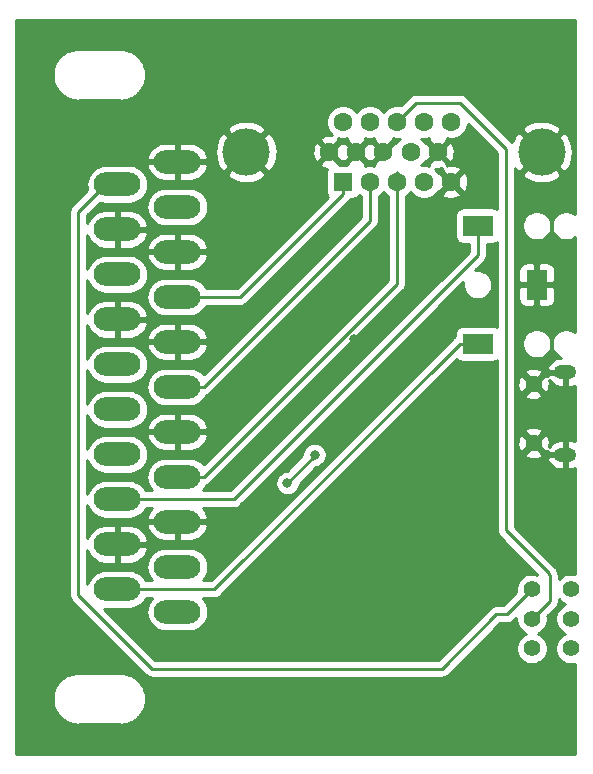
<source format=gbl>
G04 #@! TF.GenerationSoftware,KiCad,Pcbnew,(5.1.5)-3*
G04 #@! TF.CreationDate,2020-07-02T18:50:20-04:00*
G04 #@! TF.ProjectId,SCART to VGA,53434152-5420-4746-9f20-5647412e6b69,rev?*
G04 #@! TF.SameCoordinates,Original*
G04 #@! TF.FileFunction,Copper,L2,Bot*
G04 #@! TF.FilePolarity,Positive*
%FSLAX46Y46*%
G04 Gerber Fmt 4.6, Leading zero omitted, Abs format (unit mm)*
G04 Created by KiCad (PCBNEW (5.1.5)-3) date 2020-07-02 18:50:20*
%MOMM*%
%LPD*%
G04 APERTURE LIST*
%ADD10C,1.408000*%
%ADD11C,4.000000*%
%ADD12C,1.600000*%
%ADD13R,1.600000X1.600000*%
%ADD14R,2.500000X1.800000*%
%ADD15R,1.800000X2.500000*%
%ADD16O,3.962400X1.981200*%
%ADD17C,1.450000*%
%ADD18O,1.900000X1.200000*%
%ADD19C,0.800000*%
%ADD20C,0.250000*%
%ADD21C,0.254000*%
G04 APERTURE END LIST*
D10*
X122600000Y-130100000D03*
X122600000Y-127600000D03*
X122600000Y-125100000D03*
X119300000Y-125100000D03*
X119300000Y-127600000D03*
X119300000Y-130100000D03*
D11*
X95115000Y-88060000D03*
X120115000Y-88060000D03*
D12*
X112460000Y-85520000D03*
X110170000Y-85520000D03*
X107880000Y-85520000D03*
X105590000Y-85520000D03*
X103300000Y-85520000D03*
X111315000Y-88060000D03*
X109025000Y-88060000D03*
X106735000Y-88060000D03*
X104445000Y-88060000D03*
X102155000Y-88060000D03*
X112460000Y-90600000D03*
X110170000Y-90600000D03*
X107880000Y-90600000D03*
X105590000Y-90600000D03*
D13*
X103300000Y-90600000D03*
D14*
X114700000Y-104300000D03*
X114700000Y-94300000D03*
D15*
X119700000Y-99300000D03*
D16*
X89281000Y-127000000D03*
X84201000Y-125095000D03*
X89281000Y-123190000D03*
X84201000Y-121285000D03*
X89281000Y-119380000D03*
X84201000Y-117475000D03*
X89281000Y-115570000D03*
X84201000Y-113665000D03*
X89281000Y-111760000D03*
X84201000Y-109855000D03*
X89281000Y-107950000D03*
X84201000Y-106045000D03*
X89281000Y-104140000D03*
X84201000Y-102235000D03*
X89281000Y-100330000D03*
X84201000Y-98425000D03*
X89281000Y-96520000D03*
X84201000Y-94615000D03*
X89281000Y-92710000D03*
X84201000Y-90805000D03*
X89281000Y-88900000D03*
D17*
X119437500Y-112700000D03*
X119437500Y-107700000D03*
D18*
X122137500Y-113700000D03*
X122137500Y-106700000D03*
D19*
X104200000Y-103900000D03*
X100900000Y-125400000D03*
X111500000Y-117100000D03*
X96800000Y-106900000D03*
X100900000Y-108400000D03*
X97700000Y-99800000D03*
X121100000Y-128500000D03*
X98600000Y-116100000D03*
X100900000Y-113700000D03*
D20*
X117200000Y-127200000D02*
X119300000Y-125100000D01*
X116300000Y-127200000D02*
X117200000Y-127200000D01*
X111700000Y-131800000D02*
X116300000Y-127200000D01*
X83210400Y-90805000D02*
X80900000Y-93115400D01*
X84201000Y-90805000D02*
X83210400Y-90805000D01*
X80900000Y-93115400D02*
X80900000Y-125600000D01*
X80900000Y-125600000D02*
X87100000Y-131800000D01*
X87100000Y-131800000D02*
X111700000Y-131800000D01*
X92405000Y-125095000D02*
X86432200Y-125095000D01*
X86432200Y-125095000D02*
X84201000Y-125095000D01*
X113200000Y-104300000D02*
X92405000Y-125095000D01*
X114700000Y-104300000D02*
X113200000Y-104300000D01*
X86432200Y-117475000D02*
X84201000Y-117475000D01*
X94037153Y-117475000D02*
X86432200Y-117475000D01*
X114700000Y-96812153D02*
X94037153Y-117475000D01*
X114700000Y-94300000D02*
X114700000Y-96812153D01*
X107880000Y-99202200D02*
X107880000Y-89780000D01*
X89281000Y-115570000D02*
X91512200Y-115570000D01*
X107880000Y-89780000D02*
X107880000Y-90600000D01*
X91512200Y-115570000D02*
X107880000Y-99202200D01*
X98600000Y-116100000D02*
X100900000Y-113800000D01*
X100900000Y-113800000D02*
X100900000Y-113700000D01*
X105590000Y-91731370D02*
X105590000Y-90600000D01*
X91512200Y-107950000D02*
X105590000Y-93872200D01*
X105590000Y-93872200D02*
X105590000Y-91731370D01*
X89281000Y-107950000D02*
X91512200Y-107950000D01*
X103300000Y-91650000D02*
X103300000Y-90600000D01*
X94620000Y-100330000D02*
X103300000Y-91650000D01*
X89281000Y-100330000D02*
X94620000Y-100330000D01*
X120800000Y-126100000D02*
X119300000Y-127600000D01*
X120750000Y-123850000D02*
X120800000Y-123900000D01*
X120750000Y-123750000D02*
X120750000Y-123850000D01*
X109500000Y-83900000D02*
X113200000Y-83900000D01*
X107880000Y-85520000D02*
X109500000Y-83900000D01*
X120800000Y-123900000D02*
X120800000Y-126100000D01*
X113200000Y-83900000D02*
X117100000Y-87800000D01*
X117100000Y-120100000D02*
X120750000Y-123750000D01*
X117100000Y-87800000D02*
X117100000Y-120100000D01*
D21*
G36*
X122940000Y-93309130D02*
G01*
X122784992Y-93205557D01*
X122560236Y-93112460D01*
X122321637Y-93065000D01*
X122078363Y-93065000D01*
X121839764Y-93112460D01*
X121615008Y-93205557D01*
X121412733Y-93340713D01*
X121240713Y-93512733D01*
X121105557Y-93715008D01*
X121012460Y-93939764D01*
X120965000Y-94178363D01*
X120965000Y-94421637D01*
X121012460Y-94660236D01*
X121105557Y-94884992D01*
X121240713Y-95087267D01*
X121412733Y-95259287D01*
X121615008Y-95394443D01*
X121839764Y-95487540D01*
X122078363Y-95535000D01*
X122321637Y-95535000D01*
X122560236Y-95487540D01*
X122784992Y-95394443D01*
X122940000Y-95290870D01*
X122940000Y-103309130D01*
X122784992Y-103205557D01*
X122560236Y-103112460D01*
X122321637Y-103065000D01*
X122078363Y-103065000D01*
X121839764Y-103112460D01*
X121615008Y-103205557D01*
X121412733Y-103340713D01*
X121240713Y-103512733D01*
X121105557Y-103715008D01*
X121012460Y-103939764D01*
X120965000Y-104178363D01*
X120965000Y-104421637D01*
X121012460Y-104660236D01*
X121105557Y-104884992D01*
X121240713Y-105087267D01*
X121412733Y-105259287D01*
X121615008Y-105394443D01*
X121785348Y-105465000D01*
X121660500Y-105465000D01*
X121422004Y-105513507D01*
X121197554Y-105607610D01*
X120995775Y-105743693D01*
X120824422Y-105916526D01*
X120690079Y-106119467D01*
X120597909Y-106344718D01*
X120594038Y-106382391D01*
X120718769Y-106573000D01*
X122010500Y-106573000D01*
X122010500Y-106553000D01*
X122264500Y-106553000D01*
X122264500Y-106573000D01*
X122284500Y-106573000D01*
X122284500Y-106827000D01*
X122264500Y-106827000D01*
X122264500Y-107935000D01*
X122614500Y-107935000D01*
X122852996Y-107886493D01*
X122940000Y-107850015D01*
X122940001Y-112549985D01*
X122852996Y-112513507D01*
X122614500Y-112465000D01*
X122264500Y-112465000D01*
X122264500Y-113573000D01*
X122284500Y-113573000D01*
X122284500Y-113827000D01*
X122264500Y-113827000D01*
X122264500Y-114935000D01*
X122614500Y-114935000D01*
X122852996Y-114886493D01*
X122940001Y-114850015D01*
X122940001Y-123802398D01*
X122731880Y-123761000D01*
X122468120Y-123761000D01*
X122209428Y-123812457D01*
X121965746Y-123913393D01*
X121746437Y-124059931D01*
X121560000Y-124246368D01*
X121560000Y-123937325D01*
X121563676Y-123900000D01*
X121560000Y-123862675D01*
X121560000Y-123862667D01*
X121549003Y-123751014D01*
X121505546Y-123607753D01*
X121495144Y-123588293D01*
X121455546Y-123457753D01*
X121384974Y-123325724D01*
X121313799Y-123238997D01*
X121290001Y-123209999D01*
X121261004Y-123186202D01*
X117860000Y-119785199D01*
X117860000Y-113639133D01*
X118677972Y-113639133D01*
X118740465Y-113875450D01*
X118983178Y-113988850D01*
X119243349Y-114052719D01*
X119510982Y-114064604D01*
X119775791Y-114024048D01*
X119793523Y-114017609D01*
X120594038Y-114017609D01*
X120597909Y-114055282D01*
X120690079Y-114280533D01*
X120824422Y-114483474D01*
X120995775Y-114656307D01*
X121197554Y-114792390D01*
X121422004Y-114886493D01*
X121660500Y-114935000D01*
X122010500Y-114935000D01*
X122010500Y-113827000D01*
X120718769Y-113827000D01*
X120594038Y-114017609D01*
X119793523Y-114017609D01*
X120027600Y-113932609D01*
X120134535Y-113875450D01*
X120197028Y-113639133D01*
X119437500Y-112879605D01*
X118677972Y-113639133D01*
X117860000Y-113639133D01*
X117860000Y-112773482D01*
X118072896Y-112773482D01*
X118113452Y-113038291D01*
X118204891Y-113290100D01*
X118262050Y-113397035D01*
X118498367Y-113459528D01*
X119257895Y-112700000D01*
X119617105Y-112700000D01*
X120376633Y-113459528D01*
X120604997Y-113399138D01*
X120718769Y-113573000D01*
X122010500Y-113573000D01*
X122010500Y-112465000D01*
X121660500Y-112465000D01*
X121422004Y-112513507D01*
X121197554Y-112607610D01*
X120995775Y-112743693D01*
X120824422Y-112916526D01*
X120761329Y-113011836D01*
X120790219Y-112894151D01*
X120802104Y-112626518D01*
X120761548Y-112361709D01*
X120670109Y-112109900D01*
X120612950Y-112002965D01*
X120376633Y-111940472D01*
X119617105Y-112700000D01*
X119257895Y-112700000D01*
X118498367Y-111940472D01*
X118262050Y-112002965D01*
X118148650Y-112245678D01*
X118084781Y-112505849D01*
X118072896Y-112773482D01*
X117860000Y-112773482D01*
X117860000Y-111760867D01*
X118677972Y-111760867D01*
X119437500Y-112520395D01*
X120197028Y-111760867D01*
X120134535Y-111524550D01*
X119891822Y-111411150D01*
X119631651Y-111347281D01*
X119364018Y-111335396D01*
X119099209Y-111375952D01*
X118847400Y-111467391D01*
X118740465Y-111524550D01*
X118677972Y-111760867D01*
X117860000Y-111760867D01*
X117860000Y-108639133D01*
X118677972Y-108639133D01*
X118740465Y-108875450D01*
X118983178Y-108988850D01*
X119243349Y-109052719D01*
X119510982Y-109064604D01*
X119775791Y-109024048D01*
X120027600Y-108932609D01*
X120134535Y-108875450D01*
X120197028Y-108639133D01*
X119437500Y-107879605D01*
X118677972Y-108639133D01*
X117860000Y-108639133D01*
X117860000Y-107773482D01*
X118072896Y-107773482D01*
X118113452Y-108038291D01*
X118204891Y-108290100D01*
X118262050Y-108397035D01*
X118498367Y-108459528D01*
X119257895Y-107700000D01*
X119617105Y-107700000D01*
X120376633Y-108459528D01*
X120612950Y-108397035D01*
X120726350Y-108154322D01*
X120790219Y-107894151D01*
X120802104Y-107626518D01*
X120766885Y-107396558D01*
X120824422Y-107483474D01*
X120995775Y-107656307D01*
X121197554Y-107792390D01*
X121422004Y-107886493D01*
X121660500Y-107935000D01*
X122010500Y-107935000D01*
X122010500Y-106827000D01*
X120718769Y-106827000D01*
X120604997Y-107000862D01*
X120376633Y-106940472D01*
X119617105Y-107700000D01*
X119257895Y-107700000D01*
X118498367Y-106940472D01*
X118262050Y-107002965D01*
X118148650Y-107245678D01*
X118084781Y-107505849D01*
X118072896Y-107773482D01*
X117860000Y-107773482D01*
X117860000Y-106760867D01*
X118677972Y-106760867D01*
X119437500Y-107520395D01*
X120197028Y-106760867D01*
X120134535Y-106524550D01*
X119891822Y-106411150D01*
X119631651Y-106347281D01*
X119364018Y-106335396D01*
X119099209Y-106375952D01*
X118847400Y-106467391D01*
X118740465Y-106524550D01*
X118677972Y-106760867D01*
X117860000Y-106760867D01*
X117860000Y-104178363D01*
X118465000Y-104178363D01*
X118465000Y-104421637D01*
X118512460Y-104660236D01*
X118605557Y-104884992D01*
X118740713Y-105087267D01*
X118912733Y-105259287D01*
X119115008Y-105394443D01*
X119339764Y-105487540D01*
X119578363Y-105535000D01*
X119821637Y-105535000D01*
X120060236Y-105487540D01*
X120284992Y-105394443D01*
X120487267Y-105259287D01*
X120659287Y-105087267D01*
X120794443Y-104884992D01*
X120887540Y-104660236D01*
X120935000Y-104421637D01*
X120935000Y-104178363D01*
X120887540Y-103939764D01*
X120794443Y-103715008D01*
X120659287Y-103512733D01*
X120487267Y-103340713D01*
X120284992Y-103205557D01*
X120060236Y-103112460D01*
X119821637Y-103065000D01*
X119578363Y-103065000D01*
X119339764Y-103112460D01*
X119115008Y-103205557D01*
X118912733Y-103340713D01*
X118740713Y-103512733D01*
X118605557Y-103715008D01*
X118512460Y-103939764D01*
X118465000Y-104178363D01*
X117860000Y-104178363D01*
X117860000Y-100550000D01*
X118161928Y-100550000D01*
X118174188Y-100674482D01*
X118210498Y-100794180D01*
X118269463Y-100904494D01*
X118348815Y-101001185D01*
X118445506Y-101080537D01*
X118555820Y-101139502D01*
X118675518Y-101175812D01*
X118800000Y-101188072D01*
X119414250Y-101185000D01*
X119573000Y-101026250D01*
X119573000Y-99427000D01*
X119827000Y-99427000D01*
X119827000Y-101026250D01*
X119985750Y-101185000D01*
X120600000Y-101188072D01*
X120724482Y-101175812D01*
X120844180Y-101139502D01*
X120954494Y-101080537D01*
X121051185Y-101001185D01*
X121130537Y-100904494D01*
X121189502Y-100794180D01*
X121225812Y-100674482D01*
X121238072Y-100550000D01*
X121235000Y-99585750D01*
X121076250Y-99427000D01*
X119827000Y-99427000D01*
X119573000Y-99427000D01*
X118323750Y-99427000D01*
X118165000Y-99585750D01*
X118161928Y-100550000D01*
X117860000Y-100550000D01*
X117860000Y-98050000D01*
X118161928Y-98050000D01*
X118165000Y-99014250D01*
X118323750Y-99173000D01*
X119573000Y-99173000D01*
X119573000Y-97573750D01*
X119827000Y-97573750D01*
X119827000Y-99173000D01*
X121076250Y-99173000D01*
X121235000Y-99014250D01*
X121238072Y-98050000D01*
X121225812Y-97925518D01*
X121189502Y-97805820D01*
X121130537Y-97695506D01*
X121051185Y-97598815D01*
X120954494Y-97519463D01*
X120844180Y-97460498D01*
X120724482Y-97424188D01*
X120600000Y-97411928D01*
X119985750Y-97415000D01*
X119827000Y-97573750D01*
X119573000Y-97573750D01*
X119414250Y-97415000D01*
X118800000Y-97411928D01*
X118675518Y-97424188D01*
X118555820Y-97460498D01*
X118445506Y-97519463D01*
X118348815Y-97598815D01*
X118269463Y-97695506D01*
X118210498Y-97805820D01*
X118174188Y-97925518D01*
X118161928Y-98050000D01*
X117860000Y-98050000D01*
X117860000Y-94178363D01*
X118465000Y-94178363D01*
X118465000Y-94421637D01*
X118512460Y-94660236D01*
X118605557Y-94884992D01*
X118740713Y-95087267D01*
X118912733Y-95259287D01*
X119115008Y-95394443D01*
X119339764Y-95487540D01*
X119578363Y-95535000D01*
X119821637Y-95535000D01*
X120060236Y-95487540D01*
X120284992Y-95394443D01*
X120487267Y-95259287D01*
X120659287Y-95087267D01*
X120794443Y-94884992D01*
X120887540Y-94660236D01*
X120935000Y-94421637D01*
X120935000Y-94178363D01*
X120887540Y-93939764D01*
X120794443Y-93715008D01*
X120659287Y-93512733D01*
X120487267Y-93340713D01*
X120284992Y-93205557D01*
X120060236Y-93112460D01*
X119821637Y-93065000D01*
X119578363Y-93065000D01*
X119339764Y-93112460D01*
X119115008Y-93205557D01*
X118912733Y-93340713D01*
X118740713Y-93512733D01*
X118605557Y-93715008D01*
X118512460Y-93939764D01*
X118465000Y-94178363D01*
X117860000Y-94178363D01*
X117860000Y-89907499D01*
X118447106Y-89907499D01*
X118663228Y-90274258D01*
X119123105Y-90514938D01*
X119621098Y-90661275D01*
X120138071Y-90707648D01*
X120654159Y-90652273D01*
X121149526Y-90497279D01*
X121566772Y-90274258D01*
X121782894Y-89907499D01*
X120115000Y-88239605D01*
X118447106Y-89907499D01*
X117860000Y-89907499D01*
X117860000Y-89435549D01*
X117900742Y-89511772D01*
X118267501Y-89727894D01*
X119935395Y-88060000D01*
X120294605Y-88060000D01*
X121962499Y-89727894D01*
X122329258Y-89511772D01*
X122569938Y-89051895D01*
X122716275Y-88553902D01*
X122762648Y-88036929D01*
X122707273Y-87520841D01*
X122552279Y-87025474D01*
X122329258Y-86608228D01*
X121962499Y-86392106D01*
X120294605Y-88060000D01*
X119935395Y-88060000D01*
X118267501Y-86392106D01*
X117900742Y-86608228D01*
X117660062Y-87068105D01*
X117610743Y-87235941D01*
X116587303Y-86212501D01*
X118447106Y-86212501D01*
X120115000Y-87880395D01*
X121782894Y-86212501D01*
X121566772Y-85845742D01*
X121106895Y-85605062D01*
X120608902Y-85458725D01*
X120091929Y-85412352D01*
X119575841Y-85467727D01*
X119080474Y-85622721D01*
X118663228Y-85845742D01*
X118447106Y-86212501D01*
X116587303Y-86212501D01*
X113763804Y-83389003D01*
X113740001Y-83359999D01*
X113624276Y-83265026D01*
X113492247Y-83194454D01*
X113348986Y-83150997D01*
X113237333Y-83140000D01*
X113237322Y-83140000D01*
X113200000Y-83136324D01*
X113162678Y-83140000D01*
X109537323Y-83140000D01*
X109500000Y-83136324D01*
X109462677Y-83140000D01*
X109462667Y-83140000D01*
X109351014Y-83150997D01*
X109234934Y-83186209D01*
X109207753Y-83194454D01*
X109075723Y-83265026D01*
X109015030Y-83314836D01*
X108959999Y-83359999D01*
X108936201Y-83388997D01*
X108203886Y-84121312D01*
X108021335Y-84085000D01*
X107738665Y-84085000D01*
X107461426Y-84140147D01*
X107200273Y-84248320D01*
X106965241Y-84405363D01*
X106765363Y-84605241D01*
X106735000Y-84650683D01*
X106704637Y-84605241D01*
X106504759Y-84405363D01*
X106269727Y-84248320D01*
X106008574Y-84140147D01*
X105731335Y-84085000D01*
X105448665Y-84085000D01*
X105171426Y-84140147D01*
X104910273Y-84248320D01*
X104675241Y-84405363D01*
X104475363Y-84605241D01*
X104445000Y-84650683D01*
X104414637Y-84605241D01*
X104214759Y-84405363D01*
X103979727Y-84248320D01*
X103718574Y-84140147D01*
X103441335Y-84085000D01*
X103158665Y-84085000D01*
X102881426Y-84140147D01*
X102620273Y-84248320D01*
X102385241Y-84405363D01*
X102185363Y-84605241D01*
X102028320Y-84840273D01*
X101920147Y-85101426D01*
X101865000Y-85378665D01*
X101865000Y-85661335D01*
X101920147Y-85938574D01*
X102028320Y-86199727D01*
X102185363Y-86434759D01*
X102385241Y-86634637D01*
X102394059Y-86640529D01*
X102366816Y-86633700D01*
X102084488Y-86619783D01*
X101804870Y-86661213D01*
X101538708Y-86756397D01*
X101413486Y-86823329D01*
X101341903Y-87067298D01*
X102155000Y-87880395D01*
X102968097Y-87067298D01*
X102921294Y-86907783D01*
X103158665Y-86955000D01*
X103441335Y-86955000D01*
X103678706Y-86907783D01*
X103631903Y-87067298D01*
X104445000Y-87880395D01*
X105258097Y-87067298D01*
X105211294Y-86907783D01*
X105448665Y-86955000D01*
X105731335Y-86955000D01*
X105968706Y-86907783D01*
X105921903Y-87067298D01*
X106735000Y-87880395D01*
X107548097Y-87067298D01*
X107501294Y-86907783D01*
X107738665Y-86955000D01*
X108021335Y-86955000D01*
X108127391Y-86933904D01*
X108110241Y-86945363D01*
X107910363Y-87145241D01*
X107823628Y-87275049D01*
X107727702Y-87246903D01*
X106914605Y-88060000D01*
X106928748Y-88074143D01*
X106749143Y-88253748D01*
X106735000Y-88239605D01*
X105921903Y-89052702D01*
X105968706Y-89212217D01*
X105731335Y-89165000D01*
X105448665Y-89165000D01*
X105211294Y-89212217D01*
X105258097Y-89052702D01*
X104445000Y-88239605D01*
X103631903Y-89052702D01*
X103663951Y-89161928D01*
X102936049Y-89161928D01*
X102968097Y-89052702D01*
X102155000Y-88239605D01*
X101341903Y-89052702D01*
X101413486Y-89296671D01*
X101668996Y-89417571D01*
X101943184Y-89486300D01*
X101947543Y-89486515D01*
X101910498Y-89555820D01*
X101874188Y-89675518D01*
X101861928Y-89800000D01*
X101861928Y-91400000D01*
X101874188Y-91524482D01*
X101910498Y-91644180D01*
X101969463Y-91754494D01*
X102037635Y-91837563D01*
X94305199Y-99570000D01*
X91708620Y-99570000D01*
X91629777Y-99422495D01*
X91426634Y-99174966D01*
X91179105Y-98971823D01*
X90896700Y-98820875D01*
X90590273Y-98727922D01*
X90351454Y-98704400D01*
X88210546Y-98704400D01*
X87971727Y-98727922D01*
X87665300Y-98820875D01*
X87382895Y-98971823D01*
X87135366Y-99174966D01*
X86932223Y-99422495D01*
X86781275Y-99704900D01*
X86688322Y-100011327D01*
X86656935Y-100330000D01*
X86688322Y-100648673D01*
X86781275Y-100955100D01*
X86932223Y-101237505D01*
X87135366Y-101485034D01*
X87382895Y-101688177D01*
X87665300Y-101839125D01*
X87971727Y-101932078D01*
X88210546Y-101955600D01*
X90351454Y-101955600D01*
X90590273Y-101932078D01*
X90896700Y-101839125D01*
X91179105Y-101688177D01*
X91426634Y-101485034D01*
X91629777Y-101237505D01*
X91708620Y-101090000D01*
X94582678Y-101090000D01*
X94620000Y-101093676D01*
X94657322Y-101090000D01*
X94657333Y-101090000D01*
X94768986Y-101079003D01*
X94912247Y-101035546D01*
X95044276Y-100964974D01*
X95160001Y-100870001D01*
X95183804Y-100840997D01*
X103811004Y-92213798D01*
X103840001Y-92190001D01*
X103934974Y-92074276D01*
X103954326Y-92038072D01*
X104100000Y-92038072D01*
X104224482Y-92025812D01*
X104344180Y-91989502D01*
X104454494Y-91930537D01*
X104551185Y-91851185D01*
X104630537Y-91754494D01*
X104659992Y-91699388D01*
X104675241Y-91714637D01*
X104830001Y-91818044D01*
X104830000Y-93557398D01*
X91501369Y-106886030D01*
X91426634Y-106794966D01*
X91179105Y-106591823D01*
X90896700Y-106440875D01*
X90590273Y-106347922D01*
X90351454Y-106324400D01*
X88210546Y-106324400D01*
X87971727Y-106347922D01*
X87665300Y-106440875D01*
X87382895Y-106591823D01*
X87135366Y-106794966D01*
X86932223Y-107042495D01*
X86781275Y-107324900D01*
X86688322Y-107631327D01*
X86656935Y-107950000D01*
X86688322Y-108268673D01*
X86781275Y-108575100D01*
X86932223Y-108857505D01*
X87135366Y-109105034D01*
X87382895Y-109308177D01*
X87665300Y-109459125D01*
X87971727Y-109552078D01*
X88210546Y-109575600D01*
X90351454Y-109575600D01*
X90590273Y-109552078D01*
X90896700Y-109459125D01*
X91179105Y-109308177D01*
X91426634Y-109105034D01*
X91629777Y-108857505D01*
X91724814Y-108679702D01*
X91804447Y-108655546D01*
X91936476Y-108584974D01*
X92052201Y-108490001D01*
X92076004Y-108460997D01*
X106101004Y-94435998D01*
X106130001Y-94412201D01*
X106224974Y-94296476D01*
X106295546Y-94164447D01*
X106339003Y-94021186D01*
X106350000Y-93909533D01*
X106350000Y-93909525D01*
X106353676Y-93872200D01*
X106350000Y-93834875D01*
X106350000Y-91818043D01*
X106504759Y-91714637D01*
X106704637Y-91514759D01*
X106735000Y-91469317D01*
X106765363Y-91514759D01*
X106965241Y-91714637D01*
X107120001Y-91818044D01*
X107120000Y-98887398D01*
X91501369Y-114506030D01*
X91426634Y-114414966D01*
X91179105Y-114211823D01*
X90896700Y-114060875D01*
X90590273Y-113967922D01*
X90351454Y-113944400D01*
X88210546Y-113944400D01*
X87971727Y-113967922D01*
X87665300Y-114060875D01*
X87382895Y-114211823D01*
X87135366Y-114414966D01*
X86932223Y-114662495D01*
X86781275Y-114944900D01*
X86688322Y-115251327D01*
X86656935Y-115570000D01*
X86688322Y-115888673D01*
X86781275Y-116195100D01*
X86932223Y-116477505D01*
X87127131Y-116715000D01*
X86628620Y-116715000D01*
X86549777Y-116567495D01*
X86346634Y-116319966D01*
X86099105Y-116116823D01*
X85816700Y-115965875D01*
X85510273Y-115872922D01*
X85271454Y-115849400D01*
X83130546Y-115849400D01*
X82891727Y-115872922D01*
X82585300Y-115965875D01*
X82302895Y-116116823D01*
X82055366Y-116319966D01*
X81852223Y-116567495D01*
X81701275Y-116849900D01*
X81660000Y-116985966D01*
X81660000Y-114154034D01*
X81701275Y-114290100D01*
X81852223Y-114572505D01*
X82055366Y-114820034D01*
X82302895Y-115023177D01*
X82585300Y-115174125D01*
X82891727Y-115267078D01*
X83130546Y-115290600D01*
X85271454Y-115290600D01*
X85510273Y-115267078D01*
X85816700Y-115174125D01*
X86099105Y-115023177D01*
X86346634Y-114820034D01*
X86549777Y-114572505D01*
X86700725Y-114290100D01*
X86793678Y-113983673D01*
X86825065Y-113665000D01*
X86793678Y-113346327D01*
X86700725Y-113039900D01*
X86549777Y-112757495D01*
X86346634Y-112509966D01*
X86099105Y-112306823D01*
X85816700Y-112155875D01*
X85760936Y-112138959D01*
X86709589Y-112138959D01*
X86739940Y-112264758D01*
X86868205Y-112557539D01*
X87051124Y-112819671D01*
X87281668Y-113041080D01*
X87550977Y-113213258D01*
X87848701Y-113329588D01*
X88163400Y-113385600D01*
X89154000Y-113385600D01*
X89154000Y-111887000D01*
X89408000Y-111887000D01*
X89408000Y-113385600D01*
X90398600Y-113385600D01*
X90713299Y-113329588D01*
X91011023Y-113213258D01*
X91280332Y-113041080D01*
X91510876Y-112819671D01*
X91693795Y-112557539D01*
X91822060Y-112264758D01*
X91852411Y-112138959D01*
X91732942Y-111887000D01*
X89408000Y-111887000D01*
X89154000Y-111887000D01*
X86829058Y-111887000D01*
X86709589Y-112138959D01*
X85760936Y-112138959D01*
X85510273Y-112062922D01*
X85271454Y-112039400D01*
X83130546Y-112039400D01*
X82891727Y-112062922D01*
X82585300Y-112155875D01*
X82302895Y-112306823D01*
X82055366Y-112509966D01*
X81852223Y-112757495D01*
X81701275Y-113039900D01*
X81660000Y-113175966D01*
X81660000Y-110344034D01*
X81701275Y-110480100D01*
X81852223Y-110762505D01*
X82055366Y-111010034D01*
X82302895Y-111213177D01*
X82585300Y-111364125D01*
X82891727Y-111457078D01*
X83130546Y-111480600D01*
X85271454Y-111480600D01*
X85510273Y-111457078D01*
X85760935Y-111381041D01*
X86709589Y-111381041D01*
X86829058Y-111633000D01*
X89154000Y-111633000D01*
X89154000Y-110134400D01*
X89408000Y-110134400D01*
X89408000Y-111633000D01*
X91732942Y-111633000D01*
X91852411Y-111381041D01*
X91822060Y-111255242D01*
X91693795Y-110962461D01*
X91510876Y-110700329D01*
X91280332Y-110478920D01*
X91011023Y-110306742D01*
X90713299Y-110190412D01*
X90398600Y-110134400D01*
X89408000Y-110134400D01*
X89154000Y-110134400D01*
X88163400Y-110134400D01*
X87848701Y-110190412D01*
X87550977Y-110306742D01*
X87281668Y-110478920D01*
X87051124Y-110700329D01*
X86868205Y-110962461D01*
X86739940Y-111255242D01*
X86709589Y-111381041D01*
X85760935Y-111381041D01*
X85816700Y-111364125D01*
X86099105Y-111213177D01*
X86346634Y-111010034D01*
X86549777Y-110762505D01*
X86700725Y-110480100D01*
X86793678Y-110173673D01*
X86825065Y-109855000D01*
X86793678Y-109536327D01*
X86700725Y-109229900D01*
X86549777Y-108947495D01*
X86346634Y-108699966D01*
X86099105Y-108496823D01*
X85816700Y-108345875D01*
X85510273Y-108252922D01*
X85271454Y-108229400D01*
X83130546Y-108229400D01*
X82891727Y-108252922D01*
X82585300Y-108345875D01*
X82302895Y-108496823D01*
X82055366Y-108699966D01*
X81852223Y-108947495D01*
X81701275Y-109229900D01*
X81660000Y-109365966D01*
X81660000Y-106534034D01*
X81701275Y-106670100D01*
X81852223Y-106952505D01*
X82055366Y-107200034D01*
X82302895Y-107403177D01*
X82585300Y-107554125D01*
X82891727Y-107647078D01*
X83130546Y-107670600D01*
X85271454Y-107670600D01*
X85510273Y-107647078D01*
X85816700Y-107554125D01*
X86099105Y-107403177D01*
X86346634Y-107200034D01*
X86549777Y-106952505D01*
X86700725Y-106670100D01*
X86793678Y-106363673D01*
X86825065Y-106045000D01*
X86793678Y-105726327D01*
X86700725Y-105419900D01*
X86549777Y-105137495D01*
X86346634Y-104889966D01*
X86099105Y-104686823D01*
X85816700Y-104535875D01*
X85760936Y-104518959D01*
X86709589Y-104518959D01*
X86739940Y-104644758D01*
X86868205Y-104937539D01*
X87051124Y-105199671D01*
X87281668Y-105421080D01*
X87550977Y-105593258D01*
X87848701Y-105709588D01*
X88163400Y-105765600D01*
X89154000Y-105765600D01*
X89154000Y-104267000D01*
X89408000Y-104267000D01*
X89408000Y-105765600D01*
X90398600Y-105765600D01*
X90713299Y-105709588D01*
X91011023Y-105593258D01*
X91280332Y-105421080D01*
X91510876Y-105199671D01*
X91693795Y-104937539D01*
X91822060Y-104644758D01*
X91852411Y-104518959D01*
X91732942Y-104267000D01*
X89408000Y-104267000D01*
X89154000Y-104267000D01*
X86829058Y-104267000D01*
X86709589Y-104518959D01*
X85760936Y-104518959D01*
X85510273Y-104442922D01*
X85271454Y-104419400D01*
X83130546Y-104419400D01*
X82891727Y-104442922D01*
X82585300Y-104535875D01*
X82302895Y-104686823D01*
X82055366Y-104889966D01*
X81852223Y-105137495D01*
X81701275Y-105419900D01*
X81660000Y-105555966D01*
X81660000Y-102739895D01*
X81788205Y-103032539D01*
X81971124Y-103294671D01*
X82201668Y-103516080D01*
X82470977Y-103688258D01*
X82768701Y-103804588D01*
X83083400Y-103860600D01*
X84074000Y-103860600D01*
X84074000Y-102362000D01*
X84328000Y-102362000D01*
X84328000Y-103860600D01*
X85318600Y-103860600D01*
X85633299Y-103804588D01*
X85744749Y-103761041D01*
X86709589Y-103761041D01*
X86829058Y-104013000D01*
X89154000Y-104013000D01*
X89154000Y-102514400D01*
X89408000Y-102514400D01*
X89408000Y-104013000D01*
X91732942Y-104013000D01*
X91852411Y-103761041D01*
X91822060Y-103635242D01*
X91693795Y-103342461D01*
X91510876Y-103080329D01*
X91280332Y-102858920D01*
X91011023Y-102686742D01*
X90713299Y-102570412D01*
X90398600Y-102514400D01*
X89408000Y-102514400D01*
X89154000Y-102514400D01*
X88163400Y-102514400D01*
X87848701Y-102570412D01*
X87550977Y-102686742D01*
X87281668Y-102858920D01*
X87051124Y-103080329D01*
X86868205Y-103342461D01*
X86739940Y-103635242D01*
X86709589Y-103761041D01*
X85744749Y-103761041D01*
X85931023Y-103688258D01*
X86200332Y-103516080D01*
X86430876Y-103294671D01*
X86613795Y-103032539D01*
X86742060Y-102739758D01*
X86772411Y-102613959D01*
X86652942Y-102362000D01*
X84328000Y-102362000D01*
X84074000Y-102362000D01*
X84054000Y-102362000D01*
X84054000Y-102108000D01*
X84074000Y-102108000D01*
X84074000Y-100609400D01*
X84328000Y-100609400D01*
X84328000Y-102108000D01*
X86652942Y-102108000D01*
X86772411Y-101856041D01*
X86742060Y-101730242D01*
X86613795Y-101437461D01*
X86430876Y-101175329D01*
X86200332Y-100953920D01*
X85931023Y-100781742D01*
X85633299Y-100665412D01*
X85318600Y-100609400D01*
X84328000Y-100609400D01*
X84074000Y-100609400D01*
X83083400Y-100609400D01*
X82768701Y-100665412D01*
X82470977Y-100781742D01*
X82201668Y-100953920D01*
X81971124Y-101175329D01*
X81788205Y-101437461D01*
X81660000Y-101730105D01*
X81660000Y-98914034D01*
X81701275Y-99050100D01*
X81852223Y-99332505D01*
X82055366Y-99580034D01*
X82302895Y-99783177D01*
X82585300Y-99934125D01*
X82891727Y-100027078D01*
X83130546Y-100050600D01*
X85271454Y-100050600D01*
X85510273Y-100027078D01*
X85816700Y-99934125D01*
X86099105Y-99783177D01*
X86346634Y-99580034D01*
X86549777Y-99332505D01*
X86700725Y-99050100D01*
X86793678Y-98743673D01*
X86825065Y-98425000D01*
X86793678Y-98106327D01*
X86700725Y-97799900D01*
X86549777Y-97517495D01*
X86346634Y-97269966D01*
X86099105Y-97066823D01*
X85816700Y-96915875D01*
X85760936Y-96898959D01*
X86709589Y-96898959D01*
X86739940Y-97024758D01*
X86868205Y-97317539D01*
X87051124Y-97579671D01*
X87281668Y-97801080D01*
X87550977Y-97973258D01*
X87848701Y-98089588D01*
X88163400Y-98145600D01*
X89154000Y-98145600D01*
X89154000Y-96647000D01*
X89408000Y-96647000D01*
X89408000Y-98145600D01*
X90398600Y-98145600D01*
X90713299Y-98089588D01*
X91011023Y-97973258D01*
X91280332Y-97801080D01*
X91510876Y-97579671D01*
X91693795Y-97317539D01*
X91822060Y-97024758D01*
X91852411Y-96898959D01*
X91732942Y-96647000D01*
X89408000Y-96647000D01*
X89154000Y-96647000D01*
X86829058Y-96647000D01*
X86709589Y-96898959D01*
X85760936Y-96898959D01*
X85510273Y-96822922D01*
X85271454Y-96799400D01*
X83130546Y-96799400D01*
X82891727Y-96822922D01*
X82585300Y-96915875D01*
X82302895Y-97066823D01*
X82055366Y-97269966D01*
X81852223Y-97517495D01*
X81701275Y-97799900D01*
X81660000Y-97935966D01*
X81660000Y-95119895D01*
X81788205Y-95412539D01*
X81971124Y-95674671D01*
X82201668Y-95896080D01*
X82470977Y-96068258D01*
X82768701Y-96184588D01*
X83083400Y-96240600D01*
X84074000Y-96240600D01*
X84074000Y-94742000D01*
X84328000Y-94742000D01*
X84328000Y-96240600D01*
X85318600Y-96240600D01*
X85633299Y-96184588D01*
X85744749Y-96141041D01*
X86709589Y-96141041D01*
X86829058Y-96393000D01*
X89154000Y-96393000D01*
X89154000Y-94894400D01*
X89408000Y-94894400D01*
X89408000Y-96393000D01*
X91732942Y-96393000D01*
X91852411Y-96141041D01*
X91822060Y-96015242D01*
X91693795Y-95722461D01*
X91510876Y-95460329D01*
X91280332Y-95238920D01*
X91011023Y-95066742D01*
X90713299Y-94950412D01*
X90398600Y-94894400D01*
X89408000Y-94894400D01*
X89154000Y-94894400D01*
X88163400Y-94894400D01*
X87848701Y-94950412D01*
X87550977Y-95066742D01*
X87281668Y-95238920D01*
X87051124Y-95460329D01*
X86868205Y-95722461D01*
X86739940Y-96015242D01*
X86709589Y-96141041D01*
X85744749Y-96141041D01*
X85931023Y-96068258D01*
X86200332Y-95896080D01*
X86430876Y-95674671D01*
X86613795Y-95412539D01*
X86742060Y-95119758D01*
X86772411Y-94993959D01*
X86652942Y-94742000D01*
X84328000Y-94742000D01*
X84074000Y-94742000D01*
X84054000Y-94742000D01*
X84054000Y-94488000D01*
X84074000Y-94488000D01*
X84074000Y-92989400D01*
X84328000Y-92989400D01*
X84328000Y-94488000D01*
X86652942Y-94488000D01*
X86772411Y-94236041D01*
X86742060Y-94110242D01*
X86613795Y-93817461D01*
X86430876Y-93555329D01*
X86200332Y-93333920D01*
X85931023Y-93161742D01*
X85633299Y-93045412D01*
X85318600Y-92989400D01*
X84328000Y-92989400D01*
X84074000Y-92989400D01*
X83083400Y-92989400D01*
X82768701Y-93045412D01*
X82470977Y-93161742D01*
X82201668Y-93333920D01*
X81971124Y-93555329D01*
X81788205Y-93817461D01*
X81660000Y-94110105D01*
X81660000Y-93430201D01*
X82380201Y-92710000D01*
X86656935Y-92710000D01*
X86688322Y-93028673D01*
X86781275Y-93335100D01*
X86932223Y-93617505D01*
X87135366Y-93865034D01*
X87382895Y-94068177D01*
X87665300Y-94219125D01*
X87971727Y-94312078D01*
X88210546Y-94335600D01*
X90351454Y-94335600D01*
X90590273Y-94312078D01*
X90896700Y-94219125D01*
X91179105Y-94068177D01*
X91426634Y-93865034D01*
X91629777Y-93617505D01*
X91780725Y-93335100D01*
X91873678Y-93028673D01*
X91905065Y-92710000D01*
X91873678Y-92391327D01*
X91780725Y-92084900D01*
X91629777Y-91802495D01*
X91426634Y-91554966D01*
X91179105Y-91351823D01*
X90896700Y-91200875D01*
X90590273Y-91107922D01*
X90351454Y-91084400D01*
X88210546Y-91084400D01*
X87971727Y-91107922D01*
X87665300Y-91200875D01*
X87382895Y-91351823D01*
X87135366Y-91554966D01*
X86932223Y-91802495D01*
X86781275Y-92084900D01*
X86688322Y-92391327D01*
X86656935Y-92710000D01*
X82380201Y-92710000D01*
X82731675Y-92358527D01*
X82891727Y-92407078D01*
X83130546Y-92430600D01*
X85271454Y-92430600D01*
X85510273Y-92407078D01*
X85816700Y-92314125D01*
X86099105Y-92163177D01*
X86346634Y-91960034D01*
X86549777Y-91712505D01*
X86700725Y-91430100D01*
X86793678Y-91123673D01*
X86825065Y-90805000D01*
X86793678Y-90486327D01*
X86700725Y-90179900D01*
X86549777Y-89897495D01*
X86346634Y-89649966D01*
X86099105Y-89446823D01*
X85816700Y-89295875D01*
X85760936Y-89278959D01*
X86709589Y-89278959D01*
X86739940Y-89404758D01*
X86868205Y-89697539D01*
X87051124Y-89959671D01*
X87281668Y-90181080D01*
X87550977Y-90353258D01*
X87848701Y-90469588D01*
X88163400Y-90525600D01*
X89154000Y-90525600D01*
X89154000Y-89027000D01*
X89408000Y-89027000D01*
X89408000Y-90525600D01*
X90398600Y-90525600D01*
X90713299Y-90469588D01*
X91011023Y-90353258D01*
X91280332Y-90181080D01*
X91510876Y-89959671D01*
X91547282Y-89907499D01*
X93447106Y-89907499D01*
X93663228Y-90274258D01*
X94123105Y-90514938D01*
X94621098Y-90661275D01*
X95138071Y-90707648D01*
X95654159Y-90652273D01*
X96149526Y-90497279D01*
X96566772Y-90274258D01*
X96782894Y-89907499D01*
X95115000Y-88239605D01*
X93447106Y-89907499D01*
X91547282Y-89907499D01*
X91693795Y-89697539D01*
X91822060Y-89404758D01*
X91852411Y-89278959D01*
X91732942Y-89027000D01*
X89408000Y-89027000D01*
X89154000Y-89027000D01*
X86829058Y-89027000D01*
X86709589Y-89278959D01*
X85760936Y-89278959D01*
X85510273Y-89202922D01*
X85271454Y-89179400D01*
X83130546Y-89179400D01*
X82891727Y-89202922D01*
X82585300Y-89295875D01*
X82302895Y-89446823D01*
X82055366Y-89649966D01*
X81852223Y-89897495D01*
X81701275Y-90179900D01*
X81608322Y-90486327D01*
X81576935Y-90805000D01*
X81608322Y-91123673D01*
X81656873Y-91283725D01*
X80389003Y-92551596D01*
X80359999Y-92575399D01*
X80304871Y-92642574D01*
X80265026Y-92691124D01*
X80227180Y-92761928D01*
X80194454Y-92823154D01*
X80150997Y-92966415D01*
X80140000Y-93078068D01*
X80140000Y-93078078D01*
X80136324Y-93115400D01*
X80140000Y-93152722D01*
X80140001Y-125562667D01*
X80136324Y-125600000D01*
X80140001Y-125637333D01*
X80149126Y-125729974D01*
X80150998Y-125748985D01*
X80194454Y-125892246D01*
X80265026Y-126024276D01*
X80321013Y-126092495D01*
X80360000Y-126140001D01*
X80388998Y-126163799D01*
X86536201Y-132311003D01*
X86559999Y-132340001D01*
X86588997Y-132363799D01*
X86675723Y-132434974D01*
X86807753Y-132505546D01*
X86951014Y-132549003D01*
X87062667Y-132560000D01*
X87062676Y-132560000D01*
X87099999Y-132563676D01*
X87137322Y-132560000D01*
X111662678Y-132560000D01*
X111700000Y-132563676D01*
X111737322Y-132560000D01*
X111737333Y-132560000D01*
X111848986Y-132549003D01*
X111992247Y-132505546D01*
X112124276Y-132434974D01*
X112240001Y-132340001D01*
X112263804Y-132310997D01*
X116614803Y-127960000D01*
X117162678Y-127960000D01*
X117200000Y-127963676D01*
X117237322Y-127960000D01*
X117237333Y-127960000D01*
X117348986Y-127949003D01*
X117492247Y-127905546D01*
X117624276Y-127834974D01*
X117740001Y-127740001D01*
X117763804Y-127710998D01*
X117961000Y-127513801D01*
X117961000Y-127731880D01*
X118012457Y-127990572D01*
X118113393Y-128234254D01*
X118259931Y-128453563D01*
X118446437Y-128640069D01*
X118665746Y-128786607D01*
X118818791Y-128850000D01*
X118665746Y-128913393D01*
X118446437Y-129059931D01*
X118259931Y-129246437D01*
X118113393Y-129465746D01*
X118012457Y-129709428D01*
X117961000Y-129968120D01*
X117961000Y-130231880D01*
X118012457Y-130490572D01*
X118113393Y-130734254D01*
X118259931Y-130953563D01*
X118446437Y-131140069D01*
X118665746Y-131286607D01*
X118909428Y-131387543D01*
X119168120Y-131439000D01*
X119431880Y-131439000D01*
X119690572Y-131387543D01*
X119934254Y-131286607D01*
X120153563Y-131140069D01*
X120340069Y-130953563D01*
X120486607Y-130734254D01*
X120587543Y-130490572D01*
X120639000Y-130231880D01*
X120639000Y-129968120D01*
X120587543Y-129709428D01*
X120486607Y-129465746D01*
X120340069Y-129246437D01*
X120153563Y-129059931D01*
X119934254Y-128913393D01*
X119781209Y-128850000D01*
X119934254Y-128786607D01*
X120153563Y-128640069D01*
X120340069Y-128453563D01*
X120486607Y-128234254D01*
X120587543Y-127990572D01*
X120639000Y-127731880D01*
X120639000Y-127468120D01*
X120617047Y-127357755D01*
X121311003Y-126663799D01*
X121340001Y-126640001D01*
X121434974Y-126524276D01*
X121505546Y-126392247D01*
X121549003Y-126248986D01*
X121560000Y-126137333D01*
X121560000Y-126137324D01*
X121563676Y-126100001D01*
X121560000Y-126062678D01*
X121560000Y-125953632D01*
X121746437Y-126140069D01*
X121965746Y-126286607D01*
X122118791Y-126350000D01*
X121965746Y-126413393D01*
X121746437Y-126559931D01*
X121559931Y-126746437D01*
X121413393Y-126965746D01*
X121312457Y-127209428D01*
X121261000Y-127468120D01*
X121261000Y-127731880D01*
X121312457Y-127990572D01*
X121413393Y-128234254D01*
X121559931Y-128453563D01*
X121746437Y-128640069D01*
X121965746Y-128786607D01*
X122118791Y-128850000D01*
X121965746Y-128913393D01*
X121746437Y-129059931D01*
X121559931Y-129246437D01*
X121413393Y-129465746D01*
X121312457Y-129709428D01*
X121261000Y-129968120D01*
X121261000Y-130231880D01*
X121312457Y-130490572D01*
X121413393Y-130734254D01*
X121559931Y-130953563D01*
X121746437Y-131140069D01*
X121965746Y-131286607D01*
X122209428Y-131387543D01*
X122468120Y-131439000D01*
X122731880Y-131439000D01*
X122940001Y-131397602D01*
X122940001Y-139040000D01*
X75590000Y-139040000D01*
X75590000Y-134316822D01*
X78717753Y-134316822D01*
X78718171Y-134376639D01*
X78717753Y-134436456D01*
X78718652Y-134445627D01*
X78749742Y-134741431D01*
X78761771Y-134800028D01*
X78772980Y-134858790D01*
X78775644Y-134867612D01*
X78863598Y-135151743D01*
X78886773Y-135206875D01*
X78909186Y-135262349D01*
X78913513Y-135270486D01*
X79054979Y-135532122D01*
X79088412Y-135581689D01*
X79121183Y-135631768D01*
X79127007Y-135638909D01*
X79316597Y-135868084D01*
X79359015Y-135910206D01*
X79400897Y-135952976D01*
X79407998Y-135958850D01*
X79638492Y-136146836D01*
X79688334Y-136179951D01*
X79737674Y-136213735D01*
X79745781Y-136218118D01*
X80008399Y-136357754D01*
X80063701Y-136380548D01*
X80118684Y-136404114D01*
X80127487Y-136406839D01*
X80412225Y-136492807D01*
X80470910Y-136504427D01*
X80529418Y-136516863D01*
X80538581Y-136517826D01*
X80538583Y-136517826D01*
X80834596Y-136546850D01*
X80963405Y-136546850D01*
X81067692Y-136526200D01*
X84288952Y-136526200D01*
X84322300Y-136536522D01*
X84403622Y-136545068D01*
X84411870Y-136546701D01*
X84419164Y-136546701D01*
X84450404Y-136549984D01*
X84459620Y-136549984D01*
X84480898Y-136549835D01*
X84510700Y-136546702D01*
X84540680Y-136546702D01*
X84549844Y-136545738D01*
X84845424Y-136512584D01*
X84903936Y-136500147D01*
X84962614Y-136488529D01*
X84971413Y-136485804D01*
X84971419Y-136485803D01*
X84971425Y-136485801D01*
X85254928Y-136395870D01*
X85309899Y-136372309D01*
X85365217Y-136349509D01*
X85373323Y-136345126D01*
X85633965Y-136201837D01*
X85683305Y-136168053D01*
X85733147Y-136134938D01*
X85740247Y-136129064D01*
X85968094Y-135937878D01*
X86009939Y-135895147D01*
X86052395Y-135852987D01*
X86058219Y-135845845D01*
X86244591Y-135614044D01*
X86277318Y-135564032D01*
X86310795Y-135514400D01*
X86315121Y-135506263D01*
X86452921Y-135242677D01*
X86475328Y-135187217D01*
X86498511Y-135132069D01*
X86501174Y-135123247D01*
X86585152Y-134837917D01*
X86596360Y-134779163D01*
X86608390Y-134720559D01*
X86609289Y-134711387D01*
X86636246Y-134415180D01*
X86635828Y-134355362D01*
X86636246Y-134295545D01*
X86635346Y-134286373D01*
X86604257Y-133990570D01*
X86592236Y-133932009D01*
X86581020Y-133873213D01*
X86578356Y-133864392D01*
X86490403Y-133580260D01*
X86467228Y-133525130D01*
X86444814Y-133469651D01*
X86440487Y-133461515D01*
X86299021Y-133199879D01*
X86265576Y-133150295D01*
X86232816Y-133100232D01*
X86226992Y-133093091D01*
X86037401Y-132863915D01*
X85994966Y-132821776D01*
X85953103Y-132779026D01*
X85946002Y-132773152D01*
X85715509Y-132585166D01*
X85665700Y-132552074D01*
X85616328Y-132518267D01*
X85608222Y-132513884D01*
X85345603Y-132374247D01*
X85290334Y-132351467D01*
X85235314Y-132327885D01*
X85226511Y-132325161D01*
X84941773Y-132239194D01*
X84883114Y-132227579D01*
X84824584Y-132215138D01*
X84815420Y-132214175D01*
X84519406Y-132185150D01*
X84390596Y-132185150D01*
X84286306Y-132205800D01*
X81065047Y-132205800D01*
X81031699Y-132195478D01*
X80950377Y-132186932D01*
X80942129Y-132185299D01*
X80934835Y-132185299D01*
X80903594Y-132182016D01*
X80894379Y-132182016D01*
X80873100Y-132182165D01*
X80843298Y-132185298D01*
X80813319Y-132185298D01*
X80804154Y-132186262D01*
X80508575Y-132219416D01*
X80450081Y-132231849D01*
X80391381Y-132243472D01*
X80382578Y-132246197D01*
X80099068Y-132336132D01*
X80044058Y-132359710D01*
X79988783Y-132382492D01*
X79980677Y-132386875D01*
X79720034Y-132530164D01*
X79670687Y-132563952D01*
X79620850Y-132597064D01*
X79613749Y-132602938D01*
X79385904Y-132794124D01*
X79344060Y-132836854D01*
X79301605Y-132879013D01*
X79295781Y-132886154D01*
X79109408Y-133117955D01*
X79076680Y-133167969D01*
X79043202Y-133217602D01*
X79038876Y-133225739D01*
X78901077Y-133489325D01*
X78878672Y-133544781D01*
X78855488Y-133599932D01*
X78852825Y-133608754D01*
X78768847Y-133894085D01*
X78757642Y-133952825D01*
X78745609Y-134011442D01*
X78744710Y-134020614D01*
X78717753Y-134316822D01*
X75590000Y-134316822D01*
X75590000Y-88521041D01*
X86709589Y-88521041D01*
X86829058Y-88773000D01*
X89154000Y-88773000D01*
X89154000Y-87274400D01*
X89408000Y-87274400D01*
X89408000Y-88773000D01*
X91732942Y-88773000D01*
X91852411Y-88521041D01*
X91822060Y-88395242D01*
X91693795Y-88102461D01*
X91680265Y-88083071D01*
X92467352Y-88083071D01*
X92522727Y-88599159D01*
X92677721Y-89094526D01*
X92900742Y-89511772D01*
X93267501Y-89727894D01*
X94935395Y-88060000D01*
X95294605Y-88060000D01*
X96962499Y-89727894D01*
X97329258Y-89511772D01*
X97569938Y-89051895D01*
X97716275Y-88553902D01*
X97754253Y-88130512D01*
X100714783Y-88130512D01*
X100756213Y-88410130D01*
X100851397Y-88676292D01*
X100918329Y-88801514D01*
X101162298Y-88873097D01*
X101975395Y-88060000D01*
X102334605Y-88060000D01*
X103147702Y-88873097D01*
X103300000Y-88828411D01*
X103452298Y-88873097D01*
X104265395Y-88060000D01*
X104624605Y-88060000D01*
X105437702Y-88873097D01*
X105590000Y-88828411D01*
X105742298Y-88873097D01*
X106555395Y-88060000D01*
X105742298Y-87246903D01*
X105590000Y-87291589D01*
X105437702Y-87246903D01*
X104624605Y-88060000D01*
X104265395Y-88060000D01*
X103452298Y-87246903D01*
X103300000Y-87291589D01*
X103147702Y-87246903D01*
X102334605Y-88060000D01*
X101975395Y-88060000D01*
X101162298Y-87246903D01*
X100918329Y-87318486D01*
X100797429Y-87573996D01*
X100728700Y-87848184D01*
X100714783Y-88130512D01*
X97754253Y-88130512D01*
X97762648Y-88036929D01*
X97707273Y-87520841D01*
X97552279Y-87025474D01*
X97329258Y-86608228D01*
X96962499Y-86392106D01*
X95294605Y-88060000D01*
X94935395Y-88060000D01*
X93267501Y-86392106D01*
X92900742Y-86608228D01*
X92660062Y-87068105D01*
X92513725Y-87566098D01*
X92467352Y-88083071D01*
X91680265Y-88083071D01*
X91510876Y-87840329D01*
X91280332Y-87618920D01*
X91011023Y-87446742D01*
X90713299Y-87330412D01*
X90398600Y-87274400D01*
X89408000Y-87274400D01*
X89154000Y-87274400D01*
X88163400Y-87274400D01*
X87848701Y-87330412D01*
X87550977Y-87446742D01*
X87281668Y-87618920D01*
X87051124Y-87840329D01*
X86868205Y-88102461D01*
X86739940Y-88395242D01*
X86709589Y-88521041D01*
X75590000Y-88521041D01*
X75590000Y-86212501D01*
X93447106Y-86212501D01*
X95115000Y-87880395D01*
X96782894Y-86212501D01*
X96566772Y-85845742D01*
X96106895Y-85605062D01*
X95608902Y-85458725D01*
X95091929Y-85412352D01*
X94575841Y-85467727D01*
X94080474Y-85622721D01*
X93663228Y-85845742D01*
X93447106Y-86212501D01*
X75590000Y-86212501D01*
X75590000Y-81484822D01*
X78717753Y-81484822D01*
X78718171Y-81544639D01*
X78717753Y-81604456D01*
X78718652Y-81613627D01*
X78749742Y-81909431D01*
X78761771Y-81968028D01*
X78772980Y-82026790D01*
X78775644Y-82035612D01*
X78863598Y-82319743D01*
X78886773Y-82374875D01*
X78909186Y-82430349D01*
X78913513Y-82438486D01*
X79054979Y-82700122D01*
X79088412Y-82749689D01*
X79121183Y-82799768D01*
X79127007Y-82806909D01*
X79316597Y-83036084D01*
X79359015Y-83078206D01*
X79400897Y-83120976D01*
X79407998Y-83126850D01*
X79638492Y-83314836D01*
X79688334Y-83347951D01*
X79737674Y-83381735D01*
X79745781Y-83386118D01*
X80008399Y-83525754D01*
X80063701Y-83548548D01*
X80118684Y-83572114D01*
X80127487Y-83574839D01*
X80412225Y-83660807D01*
X80470910Y-83672427D01*
X80529418Y-83684863D01*
X80538581Y-83685826D01*
X80538583Y-83685826D01*
X80834596Y-83714850D01*
X80963405Y-83714850D01*
X81067692Y-83694200D01*
X84288952Y-83694200D01*
X84322300Y-83704522D01*
X84403622Y-83713068D01*
X84411870Y-83714701D01*
X84419164Y-83714701D01*
X84450404Y-83717984D01*
X84459620Y-83717984D01*
X84480898Y-83717835D01*
X84510700Y-83714702D01*
X84540680Y-83714702D01*
X84549844Y-83713738D01*
X84845424Y-83680584D01*
X84903936Y-83668147D01*
X84962614Y-83656529D01*
X84971413Y-83653804D01*
X84971419Y-83653803D01*
X84971425Y-83653801D01*
X85254928Y-83563870D01*
X85309899Y-83540309D01*
X85365217Y-83517509D01*
X85373323Y-83513126D01*
X85633965Y-83369837D01*
X85683305Y-83336053D01*
X85733147Y-83302938D01*
X85740247Y-83297064D01*
X85968094Y-83105878D01*
X86009939Y-83063147D01*
X86052395Y-83020987D01*
X86058219Y-83013845D01*
X86244591Y-82782044D01*
X86277318Y-82732032D01*
X86310795Y-82682400D01*
X86315121Y-82674263D01*
X86452921Y-82410677D01*
X86475328Y-82355217D01*
X86498511Y-82300069D01*
X86501174Y-82291247D01*
X86585152Y-82005917D01*
X86596360Y-81947163D01*
X86608390Y-81888559D01*
X86609289Y-81879387D01*
X86636246Y-81583180D01*
X86635828Y-81523362D01*
X86636246Y-81463545D01*
X86635346Y-81454373D01*
X86604257Y-81158570D01*
X86592236Y-81100009D01*
X86581020Y-81041213D01*
X86578356Y-81032392D01*
X86490403Y-80748260D01*
X86467228Y-80693130D01*
X86444814Y-80637651D01*
X86440487Y-80629515D01*
X86299021Y-80367879D01*
X86265576Y-80318295D01*
X86232816Y-80268232D01*
X86226992Y-80261091D01*
X86037401Y-80031915D01*
X85994966Y-79989776D01*
X85953103Y-79947026D01*
X85946002Y-79941152D01*
X85715509Y-79753166D01*
X85665700Y-79720074D01*
X85616328Y-79686267D01*
X85608222Y-79681884D01*
X85345603Y-79542247D01*
X85290334Y-79519467D01*
X85235314Y-79495885D01*
X85226511Y-79493161D01*
X84941773Y-79407194D01*
X84883114Y-79395579D01*
X84824584Y-79383138D01*
X84815420Y-79382175D01*
X84519406Y-79353150D01*
X84390596Y-79353150D01*
X84286306Y-79373800D01*
X81065047Y-79373800D01*
X81031699Y-79363478D01*
X80950377Y-79354932D01*
X80942129Y-79353299D01*
X80934835Y-79353299D01*
X80903594Y-79350016D01*
X80894379Y-79350016D01*
X80873100Y-79350165D01*
X80843298Y-79353298D01*
X80813319Y-79353298D01*
X80804154Y-79354262D01*
X80508575Y-79387416D01*
X80450081Y-79399849D01*
X80391381Y-79411472D01*
X80382578Y-79414197D01*
X80099068Y-79504132D01*
X80044058Y-79527710D01*
X79988783Y-79550492D01*
X79980677Y-79554875D01*
X79720034Y-79698164D01*
X79670687Y-79731952D01*
X79620850Y-79765064D01*
X79613749Y-79770938D01*
X79385904Y-79962124D01*
X79344060Y-80004854D01*
X79301605Y-80047013D01*
X79295781Y-80054154D01*
X79109408Y-80285955D01*
X79076680Y-80335969D01*
X79043202Y-80385602D01*
X79038876Y-80393739D01*
X78901077Y-80657325D01*
X78878672Y-80712781D01*
X78855488Y-80767932D01*
X78852825Y-80776754D01*
X78768847Y-81062085D01*
X78757642Y-81120825D01*
X78745609Y-81179442D01*
X78744710Y-81188614D01*
X78717753Y-81484822D01*
X75590000Y-81484822D01*
X75590000Y-76860000D01*
X122940000Y-76860000D01*
X122940000Y-93309130D01*
G37*
X122940000Y-93309130D02*
X122784992Y-93205557D01*
X122560236Y-93112460D01*
X122321637Y-93065000D01*
X122078363Y-93065000D01*
X121839764Y-93112460D01*
X121615008Y-93205557D01*
X121412733Y-93340713D01*
X121240713Y-93512733D01*
X121105557Y-93715008D01*
X121012460Y-93939764D01*
X120965000Y-94178363D01*
X120965000Y-94421637D01*
X121012460Y-94660236D01*
X121105557Y-94884992D01*
X121240713Y-95087267D01*
X121412733Y-95259287D01*
X121615008Y-95394443D01*
X121839764Y-95487540D01*
X122078363Y-95535000D01*
X122321637Y-95535000D01*
X122560236Y-95487540D01*
X122784992Y-95394443D01*
X122940000Y-95290870D01*
X122940000Y-103309130D01*
X122784992Y-103205557D01*
X122560236Y-103112460D01*
X122321637Y-103065000D01*
X122078363Y-103065000D01*
X121839764Y-103112460D01*
X121615008Y-103205557D01*
X121412733Y-103340713D01*
X121240713Y-103512733D01*
X121105557Y-103715008D01*
X121012460Y-103939764D01*
X120965000Y-104178363D01*
X120965000Y-104421637D01*
X121012460Y-104660236D01*
X121105557Y-104884992D01*
X121240713Y-105087267D01*
X121412733Y-105259287D01*
X121615008Y-105394443D01*
X121785348Y-105465000D01*
X121660500Y-105465000D01*
X121422004Y-105513507D01*
X121197554Y-105607610D01*
X120995775Y-105743693D01*
X120824422Y-105916526D01*
X120690079Y-106119467D01*
X120597909Y-106344718D01*
X120594038Y-106382391D01*
X120718769Y-106573000D01*
X122010500Y-106573000D01*
X122010500Y-106553000D01*
X122264500Y-106553000D01*
X122264500Y-106573000D01*
X122284500Y-106573000D01*
X122284500Y-106827000D01*
X122264500Y-106827000D01*
X122264500Y-107935000D01*
X122614500Y-107935000D01*
X122852996Y-107886493D01*
X122940000Y-107850015D01*
X122940001Y-112549985D01*
X122852996Y-112513507D01*
X122614500Y-112465000D01*
X122264500Y-112465000D01*
X122264500Y-113573000D01*
X122284500Y-113573000D01*
X122284500Y-113827000D01*
X122264500Y-113827000D01*
X122264500Y-114935000D01*
X122614500Y-114935000D01*
X122852996Y-114886493D01*
X122940001Y-114850015D01*
X122940001Y-123802398D01*
X122731880Y-123761000D01*
X122468120Y-123761000D01*
X122209428Y-123812457D01*
X121965746Y-123913393D01*
X121746437Y-124059931D01*
X121560000Y-124246368D01*
X121560000Y-123937325D01*
X121563676Y-123900000D01*
X121560000Y-123862675D01*
X121560000Y-123862667D01*
X121549003Y-123751014D01*
X121505546Y-123607753D01*
X121495144Y-123588293D01*
X121455546Y-123457753D01*
X121384974Y-123325724D01*
X121313799Y-123238997D01*
X121290001Y-123209999D01*
X121261004Y-123186202D01*
X117860000Y-119785199D01*
X117860000Y-113639133D01*
X118677972Y-113639133D01*
X118740465Y-113875450D01*
X118983178Y-113988850D01*
X119243349Y-114052719D01*
X119510982Y-114064604D01*
X119775791Y-114024048D01*
X119793523Y-114017609D01*
X120594038Y-114017609D01*
X120597909Y-114055282D01*
X120690079Y-114280533D01*
X120824422Y-114483474D01*
X120995775Y-114656307D01*
X121197554Y-114792390D01*
X121422004Y-114886493D01*
X121660500Y-114935000D01*
X122010500Y-114935000D01*
X122010500Y-113827000D01*
X120718769Y-113827000D01*
X120594038Y-114017609D01*
X119793523Y-114017609D01*
X120027600Y-113932609D01*
X120134535Y-113875450D01*
X120197028Y-113639133D01*
X119437500Y-112879605D01*
X118677972Y-113639133D01*
X117860000Y-113639133D01*
X117860000Y-112773482D01*
X118072896Y-112773482D01*
X118113452Y-113038291D01*
X118204891Y-113290100D01*
X118262050Y-113397035D01*
X118498367Y-113459528D01*
X119257895Y-112700000D01*
X119617105Y-112700000D01*
X120376633Y-113459528D01*
X120604997Y-113399138D01*
X120718769Y-113573000D01*
X122010500Y-113573000D01*
X122010500Y-112465000D01*
X121660500Y-112465000D01*
X121422004Y-112513507D01*
X121197554Y-112607610D01*
X120995775Y-112743693D01*
X120824422Y-112916526D01*
X120761329Y-113011836D01*
X120790219Y-112894151D01*
X120802104Y-112626518D01*
X120761548Y-112361709D01*
X120670109Y-112109900D01*
X120612950Y-112002965D01*
X120376633Y-111940472D01*
X119617105Y-112700000D01*
X119257895Y-112700000D01*
X118498367Y-111940472D01*
X118262050Y-112002965D01*
X118148650Y-112245678D01*
X118084781Y-112505849D01*
X118072896Y-112773482D01*
X117860000Y-112773482D01*
X117860000Y-111760867D01*
X118677972Y-111760867D01*
X119437500Y-112520395D01*
X120197028Y-111760867D01*
X120134535Y-111524550D01*
X119891822Y-111411150D01*
X119631651Y-111347281D01*
X119364018Y-111335396D01*
X119099209Y-111375952D01*
X118847400Y-111467391D01*
X118740465Y-111524550D01*
X118677972Y-111760867D01*
X117860000Y-111760867D01*
X117860000Y-108639133D01*
X118677972Y-108639133D01*
X118740465Y-108875450D01*
X118983178Y-108988850D01*
X119243349Y-109052719D01*
X119510982Y-109064604D01*
X119775791Y-109024048D01*
X120027600Y-108932609D01*
X120134535Y-108875450D01*
X120197028Y-108639133D01*
X119437500Y-107879605D01*
X118677972Y-108639133D01*
X117860000Y-108639133D01*
X117860000Y-107773482D01*
X118072896Y-107773482D01*
X118113452Y-108038291D01*
X118204891Y-108290100D01*
X118262050Y-108397035D01*
X118498367Y-108459528D01*
X119257895Y-107700000D01*
X119617105Y-107700000D01*
X120376633Y-108459528D01*
X120612950Y-108397035D01*
X120726350Y-108154322D01*
X120790219Y-107894151D01*
X120802104Y-107626518D01*
X120766885Y-107396558D01*
X120824422Y-107483474D01*
X120995775Y-107656307D01*
X121197554Y-107792390D01*
X121422004Y-107886493D01*
X121660500Y-107935000D01*
X122010500Y-107935000D01*
X122010500Y-106827000D01*
X120718769Y-106827000D01*
X120604997Y-107000862D01*
X120376633Y-106940472D01*
X119617105Y-107700000D01*
X119257895Y-107700000D01*
X118498367Y-106940472D01*
X118262050Y-107002965D01*
X118148650Y-107245678D01*
X118084781Y-107505849D01*
X118072896Y-107773482D01*
X117860000Y-107773482D01*
X117860000Y-106760867D01*
X118677972Y-106760867D01*
X119437500Y-107520395D01*
X120197028Y-106760867D01*
X120134535Y-106524550D01*
X119891822Y-106411150D01*
X119631651Y-106347281D01*
X119364018Y-106335396D01*
X119099209Y-106375952D01*
X118847400Y-106467391D01*
X118740465Y-106524550D01*
X118677972Y-106760867D01*
X117860000Y-106760867D01*
X117860000Y-104178363D01*
X118465000Y-104178363D01*
X118465000Y-104421637D01*
X118512460Y-104660236D01*
X118605557Y-104884992D01*
X118740713Y-105087267D01*
X118912733Y-105259287D01*
X119115008Y-105394443D01*
X119339764Y-105487540D01*
X119578363Y-105535000D01*
X119821637Y-105535000D01*
X120060236Y-105487540D01*
X120284992Y-105394443D01*
X120487267Y-105259287D01*
X120659287Y-105087267D01*
X120794443Y-104884992D01*
X120887540Y-104660236D01*
X120935000Y-104421637D01*
X120935000Y-104178363D01*
X120887540Y-103939764D01*
X120794443Y-103715008D01*
X120659287Y-103512733D01*
X120487267Y-103340713D01*
X120284992Y-103205557D01*
X120060236Y-103112460D01*
X119821637Y-103065000D01*
X119578363Y-103065000D01*
X119339764Y-103112460D01*
X119115008Y-103205557D01*
X118912733Y-103340713D01*
X118740713Y-103512733D01*
X118605557Y-103715008D01*
X118512460Y-103939764D01*
X118465000Y-104178363D01*
X117860000Y-104178363D01*
X117860000Y-100550000D01*
X118161928Y-100550000D01*
X118174188Y-100674482D01*
X118210498Y-100794180D01*
X118269463Y-100904494D01*
X118348815Y-101001185D01*
X118445506Y-101080537D01*
X118555820Y-101139502D01*
X118675518Y-101175812D01*
X118800000Y-101188072D01*
X119414250Y-101185000D01*
X119573000Y-101026250D01*
X119573000Y-99427000D01*
X119827000Y-99427000D01*
X119827000Y-101026250D01*
X119985750Y-101185000D01*
X120600000Y-101188072D01*
X120724482Y-101175812D01*
X120844180Y-101139502D01*
X120954494Y-101080537D01*
X121051185Y-101001185D01*
X121130537Y-100904494D01*
X121189502Y-100794180D01*
X121225812Y-100674482D01*
X121238072Y-100550000D01*
X121235000Y-99585750D01*
X121076250Y-99427000D01*
X119827000Y-99427000D01*
X119573000Y-99427000D01*
X118323750Y-99427000D01*
X118165000Y-99585750D01*
X118161928Y-100550000D01*
X117860000Y-100550000D01*
X117860000Y-98050000D01*
X118161928Y-98050000D01*
X118165000Y-99014250D01*
X118323750Y-99173000D01*
X119573000Y-99173000D01*
X119573000Y-97573750D01*
X119827000Y-97573750D01*
X119827000Y-99173000D01*
X121076250Y-99173000D01*
X121235000Y-99014250D01*
X121238072Y-98050000D01*
X121225812Y-97925518D01*
X121189502Y-97805820D01*
X121130537Y-97695506D01*
X121051185Y-97598815D01*
X120954494Y-97519463D01*
X120844180Y-97460498D01*
X120724482Y-97424188D01*
X120600000Y-97411928D01*
X119985750Y-97415000D01*
X119827000Y-97573750D01*
X119573000Y-97573750D01*
X119414250Y-97415000D01*
X118800000Y-97411928D01*
X118675518Y-97424188D01*
X118555820Y-97460498D01*
X118445506Y-97519463D01*
X118348815Y-97598815D01*
X118269463Y-97695506D01*
X118210498Y-97805820D01*
X118174188Y-97925518D01*
X118161928Y-98050000D01*
X117860000Y-98050000D01*
X117860000Y-94178363D01*
X118465000Y-94178363D01*
X118465000Y-94421637D01*
X118512460Y-94660236D01*
X118605557Y-94884992D01*
X118740713Y-95087267D01*
X118912733Y-95259287D01*
X119115008Y-95394443D01*
X119339764Y-95487540D01*
X119578363Y-95535000D01*
X119821637Y-95535000D01*
X120060236Y-95487540D01*
X120284992Y-95394443D01*
X120487267Y-95259287D01*
X120659287Y-95087267D01*
X120794443Y-94884992D01*
X120887540Y-94660236D01*
X120935000Y-94421637D01*
X120935000Y-94178363D01*
X120887540Y-93939764D01*
X120794443Y-93715008D01*
X120659287Y-93512733D01*
X120487267Y-93340713D01*
X120284992Y-93205557D01*
X120060236Y-93112460D01*
X119821637Y-93065000D01*
X119578363Y-93065000D01*
X119339764Y-93112460D01*
X119115008Y-93205557D01*
X118912733Y-93340713D01*
X118740713Y-93512733D01*
X118605557Y-93715008D01*
X118512460Y-93939764D01*
X118465000Y-94178363D01*
X117860000Y-94178363D01*
X117860000Y-89907499D01*
X118447106Y-89907499D01*
X118663228Y-90274258D01*
X119123105Y-90514938D01*
X119621098Y-90661275D01*
X120138071Y-90707648D01*
X120654159Y-90652273D01*
X121149526Y-90497279D01*
X121566772Y-90274258D01*
X121782894Y-89907499D01*
X120115000Y-88239605D01*
X118447106Y-89907499D01*
X117860000Y-89907499D01*
X117860000Y-89435549D01*
X117900742Y-89511772D01*
X118267501Y-89727894D01*
X119935395Y-88060000D01*
X120294605Y-88060000D01*
X121962499Y-89727894D01*
X122329258Y-89511772D01*
X122569938Y-89051895D01*
X122716275Y-88553902D01*
X122762648Y-88036929D01*
X122707273Y-87520841D01*
X122552279Y-87025474D01*
X122329258Y-86608228D01*
X121962499Y-86392106D01*
X120294605Y-88060000D01*
X119935395Y-88060000D01*
X118267501Y-86392106D01*
X117900742Y-86608228D01*
X117660062Y-87068105D01*
X117610743Y-87235941D01*
X116587303Y-86212501D01*
X118447106Y-86212501D01*
X120115000Y-87880395D01*
X121782894Y-86212501D01*
X121566772Y-85845742D01*
X121106895Y-85605062D01*
X120608902Y-85458725D01*
X120091929Y-85412352D01*
X119575841Y-85467727D01*
X119080474Y-85622721D01*
X118663228Y-85845742D01*
X118447106Y-86212501D01*
X116587303Y-86212501D01*
X113763804Y-83389003D01*
X113740001Y-83359999D01*
X113624276Y-83265026D01*
X113492247Y-83194454D01*
X113348986Y-83150997D01*
X113237333Y-83140000D01*
X113237322Y-83140000D01*
X113200000Y-83136324D01*
X113162678Y-83140000D01*
X109537323Y-83140000D01*
X109500000Y-83136324D01*
X109462677Y-83140000D01*
X109462667Y-83140000D01*
X109351014Y-83150997D01*
X109234934Y-83186209D01*
X109207753Y-83194454D01*
X109075723Y-83265026D01*
X109015030Y-83314836D01*
X108959999Y-83359999D01*
X108936201Y-83388997D01*
X108203886Y-84121312D01*
X108021335Y-84085000D01*
X107738665Y-84085000D01*
X107461426Y-84140147D01*
X107200273Y-84248320D01*
X106965241Y-84405363D01*
X106765363Y-84605241D01*
X106735000Y-84650683D01*
X106704637Y-84605241D01*
X106504759Y-84405363D01*
X106269727Y-84248320D01*
X106008574Y-84140147D01*
X105731335Y-84085000D01*
X105448665Y-84085000D01*
X105171426Y-84140147D01*
X104910273Y-84248320D01*
X104675241Y-84405363D01*
X104475363Y-84605241D01*
X104445000Y-84650683D01*
X104414637Y-84605241D01*
X104214759Y-84405363D01*
X103979727Y-84248320D01*
X103718574Y-84140147D01*
X103441335Y-84085000D01*
X103158665Y-84085000D01*
X102881426Y-84140147D01*
X102620273Y-84248320D01*
X102385241Y-84405363D01*
X102185363Y-84605241D01*
X102028320Y-84840273D01*
X101920147Y-85101426D01*
X101865000Y-85378665D01*
X101865000Y-85661335D01*
X101920147Y-85938574D01*
X102028320Y-86199727D01*
X102185363Y-86434759D01*
X102385241Y-86634637D01*
X102394059Y-86640529D01*
X102366816Y-86633700D01*
X102084488Y-86619783D01*
X101804870Y-86661213D01*
X101538708Y-86756397D01*
X101413486Y-86823329D01*
X101341903Y-87067298D01*
X102155000Y-87880395D01*
X102968097Y-87067298D01*
X102921294Y-86907783D01*
X103158665Y-86955000D01*
X103441335Y-86955000D01*
X103678706Y-86907783D01*
X103631903Y-87067298D01*
X104445000Y-87880395D01*
X105258097Y-87067298D01*
X105211294Y-86907783D01*
X105448665Y-86955000D01*
X105731335Y-86955000D01*
X105968706Y-86907783D01*
X105921903Y-87067298D01*
X106735000Y-87880395D01*
X107548097Y-87067298D01*
X107501294Y-86907783D01*
X107738665Y-86955000D01*
X108021335Y-86955000D01*
X108127391Y-86933904D01*
X108110241Y-86945363D01*
X107910363Y-87145241D01*
X107823628Y-87275049D01*
X107727702Y-87246903D01*
X106914605Y-88060000D01*
X106928748Y-88074143D01*
X106749143Y-88253748D01*
X106735000Y-88239605D01*
X105921903Y-89052702D01*
X105968706Y-89212217D01*
X105731335Y-89165000D01*
X105448665Y-89165000D01*
X105211294Y-89212217D01*
X105258097Y-89052702D01*
X104445000Y-88239605D01*
X103631903Y-89052702D01*
X103663951Y-89161928D01*
X102936049Y-89161928D01*
X102968097Y-89052702D01*
X102155000Y-88239605D01*
X101341903Y-89052702D01*
X101413486Y-89296671D01*
X101668996Y-89417571D01*
X101943184Y-89486300D01*
X101947543Y-89486515D01*
X101910498Y-89555820D01*
X101874188Y-89675518D01*
X101861928Y-89800000D01*
X101861928Y-91400000D01*
X101874188Y-91524482D01*
X101910498Y-91644180D01*
X101969463Y-91754494D01*
X102037635Y-91837563D01*
X94305199Y-99570000D01*
X91708620Y-99570000D01*
X91629777Y-99422495D01*
X91426634Y-99174966D01*
X91179105Y-98971823D01*
X90896700Y-98820875D01*
X90590273Y-98727922D01*
X90351454Y-98704400D01*
X88210546Y-98704400D01*
X87971727Y-98727922D01*
X87665300Y-98820875D01*
X87382895Y-98971823D01*
X87135366Y-99174966D01*
X86932223Y-99422495D01*
X86781275Y-99704900D01*
X86688322Y-100011327D01*
X86656935Y-100330000D01*
X86688322Y-100648673D01*
X86781275Y-100955100D01*
X86932223Y-101237505D01*
X87135366Y-101485034D01*
X87382895Y-101688177D01*
X87665300Y-101839125D01*
X87971727Y-101932078D01*
X88210546Y-101955600D01*
X90351454Y-101955600D01*
X90590273Y-101932078D01*
X90896700Y-101839125D01*
X91179105Y-101688177D01*
X91426634Y-101485034D01*
X91629777Y-101237505D01*
X91708620Y-101090000D01*
X94582678Y-101090000D01*
X94620000Y-101093676D01*
X94657322Y-101090000D01*
X94657333Y-101090000D01*
X94768986Y-101079003D01*
X94912247Y-101035546D01*
X95044276Y-100964974D01*
X95160001Y-100870001D01*
X95183804Y-100840997D01*
X103811004Y-92213798D01*
X103840001Y-92190001D01*
X103934974Y-92074276D01*
X103954326Y-92038072D01*
X104100000Y-92038072D01*
X104224482Y-92025812D01*
X104344180Y-91989502D01*
X104454494Y-91930537D01*
X104551185Y-91851185D01*
X104630537Y-91754494D01*
X104659992Y-91699388D01*
X104675241Y-91714637D01*
X104830001Y-91818044D01*
X104830000Y-93557398D01*
X91501369Y-106886030D01*
X91426634Y-106794966D01*
X91179105Y-106591823D01*
X90896700Y-106440875D01*
X90590273Y-106347922D01*
X90351454Y-106324400D01*
X88210546Y-106324400D01*
X87971727Y-106347922D01*
X87665300Y-106440875D01*
X87382895Y-106591823D01*
X87135366Y-106794966D01*
X86932223Y-107042495D01*
X86781275Y-107324900D01*
X86688322Y-107631327D01*
X86656935Y-107950000D01*
X86688322Y-108268673D01*
X86781275Y-108575100D01*
X86932223Y-108857505D01*
X87135366Y-109105034D01*
X87382895Y-109308177D01*
X87665300Y-109459125D01*
X87971727Y-109552078D01*
X88210546Y-109575600D01*
X90351454Y-109575600D01*
X90590273Y-109552078D01*
X90896700Y-109459125D01*
X91179105Y-109308177D01*
X91426634Y-109105034D01*
X91629777Y-108857505D01*
X91724814Y-108679702D01*
X91804447Y-108655546D01*
X91936476Y-108584974D01*
X92052201Y-108490001D01*
X92076004Y-108460997D01*
X106101004Y-94435998D01*
X106130001Y-94412201D01*
X106224974Y-94296476D01*
X106295546Y-94164447D01*
X106339003Y-94021186D01*
X106350000Y-93909533D01*
X106350000Y-93909525D01*
X106353676Y-93872200D01*
X106350000Y-93834875D01*
X106350000Y-91818043D01*
X106504759Y-91714637D01*
X106704637Y-91514759D01*
X106735000Y-91469317D01*
X106765363Y-91514759D01*
X106965241Y-91714637D01*
X107120001Y-91818044D01*
X107120000Y-98887398D01*
X91501369Y-114506030D01*
X91426634Y-114414966D01*
X91179105Y-114211823D01*
X90896700Y-114060875D01*
X90590273Y-113967922D01*
X90351454Y-113944400D01*
X88210546Y-113944400D01*
X87971727Y-113967922D01*
X87665300Y-114060875D01*
X87382895Y-114211823D01*
X87135366Y-114414966D01*
X86932223Y-114662495D01*
X86781275Y-114944900D01*
X86688322Y-115251327D01*
X86656935Y-115570000D01*
X86688322Y-115888673D01*
X86781275Y-116195100D01*
X86932223Y-116477505D01*
X87127131Y-116715000D01*
X86628620Y-116715000D01*
X86549777Y-116567495D01*
X86346634Y-116319966D01*
X86099105Y-116116823D01*
X85816700Y-115965875D01*
X85510273Y-115872922D01*
X85271454Y-115849400D01*
X83130546Y-115849400D01*
X82891727Y-115872922D01*
X82585300Y-115965875D01*
X82302895Y-116116823D01*
X82055366Y-116319966D01*
X81852223Y-116567495D01*
X81701275Y-116849900D01*
X81660000Y-116985966D01*
X81660000Y-114154034D01*
X81701275Y-114290100D01*
X81852223Y-114572505D01*
X82055366Y-114820034D01*
X82302895Y-115023177D01*
X82585300Y-115174125D01*
X82891727Y-115267078D01*
X83130546Y-115290600D01*
X85271454Y-115290600D01*
X85510273Y-115267078D01*
X85816700Y-115174125D01*
X86099105Y-115023177D01*
X86346634Y-114820034D01*
X86549777Y-114572505D01*
X86700725Y-114290100D01*
X86793678Y-113983673D01*
X86825065Y-113665000D01*
X86793678Y-113346327D01*
X86700725Y-113039900D01*
X86549777Y-112757495D01*
X86346634Y-112509966D01*
X86099105Y-112306823D01*
X85816700Y-112155875D01*
X85760936Y-112138959D01*
X86709589Y-112138959D01*
X86739940Y-112264758D01*
X86868205Y-112557539D01*
X87051124Y-112819671D01*
X87281668Y-113041080D01*
X87550977Y-113213258D01*
X87848701Y-113329588D01*
X88163400Y-113385600D01*
X89154000Y-113385600D01*
X89154000Y-111887000D01*
X89408000Y-111887000D01*
X89408000Y-113385600D01*
X90398600Y-113385600D01*
X90713299Y-113329588D01*
X91011023Y-113213258D01*
X91280332Y-113041080D01*
X91510876Y-112819671D01*
X91693795Y-112557539D01*
X91822060Y-112264758D01*
X91852411Y-112138959D01*
X91732942Y-111887000D01*
X89408000Y-111887000D01*
X89154000Y-111887000D01*
X86829058Y-111887000D01*
X86709589Y-112138959D01*
X85760936Y-112138959D01*
X85510273Y-112062922D01*
X85271454Y-112039400D01*
X83130546Y-112039400D01*
X82891727Y-112062922D01*
X82585300Y-112155875D01*
X82302895Y-112306823D01*
X82055366Y-112509966D01*
X81852223Y-112757495D01*
X81701275Y-113039900D01*
X81660000Y-113175966D01*
X81660000Y-110344034D01*
X81701275Y-110480100D01*
X81852223Y-110762505D01*
X82055366Y-111010034D01*
X82302895Y-111213177D01*
X82585300Y-111364125D01*
X82891727Y-111457078D01*
X83130546Y-111480600D01*
X85271454Y-111480600D01*
X85510273Y-111457078D01*
X85760935Y-111381041D01*
X86709589Y-111381041D01*
X86829058Y-111633000D01*
X89154000Y-111633000D01*
X89154000Y-110134400D01*
X89408000Y-110134400D01*
X89408000Y-111633000D01*
X91732942Y-111633000D01*
X91852411Y-111381041D01*
X91822060Y-111255242D01*
X91693795Y-110962461D01*
X91510876Y-110700329D01*
X91280332Y-110478920D01*
X91011023Y-110306742D01*
X90713299Y-110190412D01*
X90398600Y-110134400D01*
X89408000Y-110134400D01*
X89154000Y-110134400D01*
X88163400Y-110134400D01*
X87848701Y-110190412D01*
X87550977Y-110306742D01*
X87281668Y-110478920D01*
X87051124Y-110700329D01*
X86868205Y-110962461D01*
X86739940Y-111255242D01*
X86709589Y-111381041D01*
X85760935Y-111381041D01*
X85816700Y-111364125D01*
X86099105Y-111213177D01*
X86346634Y-111010034D01*
X86549777Y-110762505D01*
X86700725Y-110480100D01*
X86793678Y-110173673D01*
X86825065Y-109855000D01*
X86793678Y-109536327D01*
X86700725Y-109229900D01*
X86549777Y-108947495D01*
X86346634Y-108699966D01*
X86099105Y-108496823D01*
X85816700Y-108345875D01*
X85510273Y-108252922D01*
X85271454Y-108229400D01*
X83130546Y-108229400D01*
X82891727Y-108252922D01*
X82585300Y-108345875D01*
X82302895Y-108496823D01*
X82055366Y-108699966D01*
X81852223Y-108947495D01*
X81701275Y-109229900D01*
X81660000Y-109365966D01*
X81660000Y-106534034D01*
X81701275Y-106670100D01*
X81852223Y-106952505D01*
X82055366Y-107200034D01*
X82302895Y-107403177D01*
X82585300Y-107554125D01*
X82891727Y-107647078D01*
X83130546Y-107670600D01*
X85271454Y-107670600D01*
X85510273Y-107647078D01*
X85816700Y-107554125D01*
X86099105Y-107403177D01*
X86346634Y-107200034D01*
X86549777Y-106952505D01*
X86700725Y-106670100D01*
X86793678Y-106363673D01*
X86825065Y-106045000D01*
X86793678Y-105726327D01*
X86700725Y-105419900D01*
X86549777Y-105137495D01*
X86346634Y-104889966D01*
X86099105Y-104686823D01*
X85816700Y-104535875D01*
X85760936Y-104518959D01*
X86709589Y-104518959D01*
X86739940Y-104644758D01*
X86868205Y-104937539D01*
X87051124Y-105199671D01*
X87281668Y-105421080D01*
X87550977Y-105593258D01*
X87848701Y-105709588D01*
X88163400Y-105765600D01*
X89154000Y-105765600D01*
X89154000Y-104267000D01*
X89408000Y-104267000D01*
X89408000Y-105765600D01*
X90398600Y-105765600D01*
X90713299Y-105709588D01*
X91011023Y-105593258D01*
X91280332Y-105421080D01*
X91510876Y-105199671D01*
X91693795Y-104937539D01*
X91822060Y-104644758D01*
X91852411Y-104518959D01*
X91732942Y-104267000D01*
X89408000Y-104267000D01*
X89154000Y-104267000D01*
X86829058Y-104267000D01*
X86709589Y-104518959D01*
X85760936Y-104518959D01*
X85510273Y-104442922D01*
X85271454Y-104419400D01*
X83130546Y-104419400D01*
X82891727Y-104442922D01*
X82585300Y-104535875D01*
X82302895Y-104686823D01*
X82055366Y-104889966D01*
X81852223Y-105137495D01*
X81701275Y-105419900D01*
X81660000Y-105555966D01*
X81660000Y-102739895D01*
X81788205Y-103032539D01*
X81971124Y-103294671D01*
X82201668Y-103516080D01*
X82470977Y-103688258D01*
X82768701Y-103804588D01*
X83083400Y-103860600D01*
X84074000Y-103860600D01*
X84074000Y-102362000D01*
X84328000Y-102362000D01*
X84328000Y-103860600D01*
X85318600Y-103860600D01*
X85633299Y-103804588D01*
X85744749Y-103761041D01*
X86709589Y-103761041D01*
X86829058Y-104013000D01*
X89154000Y-104013000D01*
X89154000Y-102514400D01*
X89408000Y-102514400D01*
X89408000Y-104013000D01*
X91732942Y-104013000D01*
X91852411Y-103761041D01*
X91822060Y-103635242D01*
X91693795Y-103342461D01*
X91510876Y-103080329D01*
X91280332Y-102858920D01*
X91011023Y-102686742D01*
X90713299Y-102570412D01*
X90398600Y-102514400D01*
X89408000Y-102514400D01*
X89154000Y-102514400D01*
X88163400Y-102514400D01*
X87848701Y-102570412D01*
X87550977Y-102686742D01*
X87281668Y-102858920D01*
X87051124Y-103080329D01*
X86868205Y-103342461D01*
X86739940Y-103635242D01*
X86709589Y-103761041D01*
X85744749Y-103761041D01*
X85931023Y-103688258D01*
X86200332Y-103516080D01*
X86430876Y-103294671D01*
X86613795Y-103032539D01*
X86742060Y-102739758D01*
X86772411Y-102613959D01*
X86652942Y-102362000D01*
X84328000Y-102362000D01*
X84074000Y-102362000D01*
X84054000Y-102362000D01*
X84054000Y-102108000D01*
X84074000Y-102108000D01*
X84074000Y-100609400D01*
X84328000Y-100609400D01*
X84328000Y-102108000D01*
X86652942Y-102108000D01*
X86772411Y-101856041D01*
X86742060Y-101730242D01*
X86613795Y-101437461D01*
X86430876Y-101175329D01*
X86200332Y-100953920D01*
X85931023Y-100781742D01*
X85633299Y-100665412D01*
X85318600Y-100609400D01*
X84328000Y-100609400D01*
X84074000Y-100609400D01*
X83083400Y-100609400D01*
X82768701Y-100665412D01*
X82470977Y-100781742D01*
X82201668Y-100953920D01*
X81971124Y-101175329D01*
X81788205Y-101437461D01*
X81660000Y-101730105D01*
X81660000Y-98914034D01*
X81701275Y-99050100D01*
X81852223Y-99332505D01*
X82055366Y-99580034D01*
X82302895Y-99783177D01*
X82585300Y-99934125D01*
X82891727Y-100027078D01*
X83130546Y-100050600D01*
X85271454Y-100050600D01*
X85510273Y-100027078D01*
X85816700Y-99934125D01*
X86099105Y-99783177D01*
X86346634Y-99580034D01*
X86549777Y-99332505D01*
X86700725Y-99050100D01*
X86793678Y-98743673D01*
X86825065Y-98425000D01*
X86793678Y-98106327D01*
X86700725Y-97799900D01*
X86549777Y-97517495D01*
X86346634Y-97269966D01*
X86099105Y-97066823D01*
X85816700Y-96915875D01*
X85760936Y-96898959D01*
X86709589Y-96898959D01*
X86739940Y-97024758D01*
X86868205Y-97317539D01*
X87051124Y-97579671D01*
X87281668Y-97801080D01*
X87550977Y-97973258D01*
X87848701Y-98089588D01*
X88163400Y-98145600D01*
X89154000Y-98145600D01*
X89154000Y-96647000D01*
X89408000Y-96647000D01*
X89408000Y-98145600D01*
X90398600Y-98145600D01*
X90713299Y-98089588D01*
X91011023Y-97973258D01*
X91280332Y-97801080D01*
X91510876Y-97579671D01*
X91693795Y-97317539D01*
X91822060Y-97024758D01*
X91852411Y-96898959D01*
X91732942Y-96647000D01*
X89408000Y-96647000D01*
X89154000Y-96647000D01*
X86829058Y-96647000D01*
X86709589Y-96898959D01*
X85760936Y-96898959D01*
X85510273Y-96822922D01*
X85271454Y-96799400D01*
X83130546Y-96799400D01*
X82891727Y-96822922D01*
X82585300Y-96915875D01*
X82302895Y-97066823D01*
X82055366Y-97269966D01*
X81852223Y-97517495D01*
X81701275Y-97799900D01*
X81660000Y-97935966D01*
X81660000Y-95119895D01*
X81788205Y-95412539D01*
X81971124Y-95674671D01*
X82201668Y-95896080D01*
X82470977Y-96068258D01*
X82768701Y-96184588D01*
X83083400Y-96240600D01*
X84074000Y-96240600D01*
X84074000Y-94742000D01*
X84328000Y-94742000D01*
X84328000Y-96240600D01*
X85318600Y-96240600D01*
X85633299Y-96184588D01*
X85744749Y-96141041D01*
X86709589Y-96141041D01*
X86829058Y-96393000D01*
X89154000Y-96393000D01*
X89154000Y-94894400D01*
X89408000Y-94894400D01*
X89408000Y-96393000D01*
X91732942Y-96393000D01*
X91852411Y-96141041D01*
X91822060Y-96015242D01*
X91693795Y-95722461D01*
X91510876Y-95460329D01*
X91280332Y-95238920D01*
X91011023Y-95066742D01*
X90713299Y-94950412D01*
X90398600Y-94894400D01*
X89408000Y-94894400D01*
X89154000Y-94894400D01*
X88163400Y-94894400D01*
X87848701Y-94950412D01*
X87550977Y-95066742D01*
X87281668Y-95238920D01*
X87051124Y-95460329D01*
X86868205Y-95722461D01*
X86739940Y-96015242D01*
X86709589Y-96141041D01*
X85744749Y-96141041D01*
X85931023Y-96068258D01*
X86200332Y-95896080D01*
X86430876Y-95674671D01*
X86613795Y-95412539D01*
X86742060Y-95119758D01*
X86772411Y-94993959D01*
X86652942Y-94742000D01*
X84328000Y-94742000D01*
X84074000Y-94742000D01*
X84054000Y-94742000D01*
X84054000Y-94488000D01*
X84074000Y-94488000D01*
X84074000Y-92989400D01*
X84328000Y-92989400D01*
X84328000Y-94488000D01*
X86652942Y-94488000D01*
X86772411Y-94236041D01*
X86742060Y-94110242D01*
X86613795Y-93817461D01*
X86430876Y-93555329D01*
X86200332Y-93333920D01*
X85931023Y-93161742D01*
X85633299Y-93045412D01*
X85318600Y-92989400D01*
X84328000Y-92989400D01*
X84074000Y-92989400D01*
X83083400Y-92989400D01*
X82768701Y-93045412D01*
X82470977Y-93161742D01*
X82201668Y-93333920D01*
X81971124Y-93555329D01*
X81788205Y-93817461D01*
X81660000Y-94110105D01*
X81660000Y-93430201D01*
X82380201Y-92710000D01*
X86656935Y-92710000D01*
X86688322Y-93028673D01*
X86781275Y-93335100D01*
X86932223Y-93617505D01*
X87135366Y-93865034D01*
X87382895Y-94068177D01*
X87665300Y-94219125D01*
X87971727Y-94312078D01*
X88210546Y-94335600D01*
X90351454Y-94335600D01*
X90590273Y-94312078D01*
X90896700Y-94219125D01*
X91179105Y-94068177D01*
X91426634Y-93865034D01*
X91629777Y-93617505D01*
X91780725Y-93335100D01*
X91873678Y-93028673D01*
X91905065Y-92710000D01*
X91873678Y-92391327D01*
X91780725Y-92084900D01*
X91629777Y-91802495D01*
X91426634Y-91554966D01*
X91179105Y-91351823D01*
X90896700Y-91200875D01*
X90590273Y-91107922D01*
X90351454Y-91084400D01*
X88210546Y-91084400D01*
X87971727Y-91107922D01*
X87665300Y-91200875D01*
X87382895Y-91351823D01*
X87135366Y-91554966D01*
X86932223Y-91802495D01*
X86781275Y-92084900D01*
X86688322Y-92391327D01*
X86656935Y-92710000D01*
X82380201Y-92710000D01*
X82731675Y-92358527D01*
X82891727Y-92407078D01*
X83130546Y-92430600D01*
X85271454Y-92430600D01*
X85510273Y-92407078D01*
X85816700Y-92314125D01*
X86099105Y-92163177D01*
X86346634Y-91960034D01*
X86549777Y-91712505D01*
X86700725Y-91430100D01*
X86793678Y-91123673D01*
X86825065Y-90805000D01*
X86793678Y-90486327D01*
X86700725Y-90179900D01*
X86549777Y-89897495D01*
X86346634Y-89649966D01*
X86099105Y-89446823D01*
X85816700Y-89295875D01*
X85760936Y-89278959D01*
X86709589Y-89278959D01*
X86739940Y-89404758D01*
X86868205Y-89697539D01*
X87051124Y-89959671D01*
X87281668Y-90181080D01*
X87550977Y-90353258D01*
X87848701Y-90469588D01*
X88163400Y-90525600D01*
X89154000Y-90525600D01*
X89154000Y-89027000D01*
X89408000Y-89027000D01*
X89408000Y-90525600D01*
X90398600Y-90525600D01*
X90713299Y-90469588D01*
X91011023Y-90353258D01*
X91280332Y-90181080D01*
X91510876Y-89959671D01*
X91547282Y-89907499D01*
X93447106Y-89907499D01*
X93663228Y-90274258D01*
X94123105Y-90514938D01*
X94621098Y-90661275D01*
X95138071Y-90707648D01*
X95654159Y-90652273D01*
X96149526Y-90497279D01*
X96566772Y-90274258D01*
X96782894Y-89907499D01*
X95115000Y-88239605D01*
X93447106Y-89907499D01*
X91547282Y-89907499D01*
X91693795Y-89697539D01*
X91822060Y-89404758D01*
X91852411Y-89278959D01*
X91732942Y-89027000D01*
X89408000Y-89027000D01*
X89154000Y-89027000D01*
X86829058Y-89027000D01*
X86709589Y-89278959D01*
X85760936Y-89278959D01*
X85510273Y-89202922D01*
X85271454Y-89179400D01*
X83130546Y-89179400D01*
X82891727Y-89202922D01*
X82585300Y-89295875D01*
X82302895Y-89446823D01*
X82055366Y-89649966D01*
X81852223Y-89897495D01*
X81701275Y-90179900D01*
X81608322Y-90486327D01*
X81576935Y-90805000D01*
X81608322Y-91123673D01*
X81656873Y-91283725D01*
X80389003Y-92551596D01*
X80359999Y-92575399D01*
X80304871Y-92642574D01*
X80265026Y-92691124D01*
X80227180Y-92761928D01*
X80194454Y-92823154D01*
X80150997Y-92966415D01*
X80140000Y-93078068D01*
X80140000Y-93078078D01*
X80136324Y-93115400D01*
X80140000Y-93152722D01*
X80140001Y-125562667D01*
X80136324Y-125600000D01*
X80140001Y-125637333D01*
X80149126Y-125729974D01*
X80150998Y-125748985D01*
X80194454Y-125892246D01*
X80265026Y-126024276D01*
X80321013Y-126092495D01*
X80360000Y-126140001D01*
X80388998Y-126163799D01*
X86536201Y-132311003D01*
X86559999Y-132340001D01*
X86588997Y-132363799D01*
X86675723Y-132434974D01*
X86807753Y-132505546D01*
X86951014Y-132549003D01*
X87062667Y-132560000D01*
X87062676Y-132560000D01*
X87099999Y-132563676D01*
X87137322Y-132560000D01*
X111662678Y-132560000D01*
X111700000Y-132563676D01*
X111737322Y-132560000D01*
X111737333Y-132560000D01*
X111848986Y-132549003D01*
X111992247Y-132505546D01*
X112124276Y-132434974D01*
X112240001Y-132340001D01*
X112263804Y-132310997D01*
X116614803Y-127960000D01*
X117162678Y-127960000D01*
X117200000Y-127963676D01*
X117237322Y-127960000D01*
X117237333Y-127960000D01*
X117348986Y-127949003D01*
X117492247Y-127905546D01*
X117624276Y-127834974D01*
X117740001Y-127740001D01*
X117763804Y-127710998D01*
X117961000Y-127513801D01*
X117961000Y-127731880D01*
X118012457Y-127990572D01*
X118113393Y-128234254D01*
X118259931Y-128453563D01*
X118446437Y-128640069D01*
X118665746Y-128786607D01*
X118818791Y-128850000D01*
X118665746Y-128913393D01*
X118446437Y-129059931D01*
X118259931Y-129246437D01*
X118113393Y-129465746D01*
X118012457Y-129709428D01*
X117961000Y-129968120D01*
X117961000Y-130231880D01*
X118012457Y-130490572D01*
X118113393Y-130734254D01*
X118259931Y-130953563D01*
X118446437Y-131140069D01*
X118665746Y-131286607D01*
X118909428Y-131387543D01*
X119168120Y-131439000D01*
X119431880Y-131439000D01*
X119690572Y-131387543D01*
X119934254Y-131286607D01*
X120153563Y-131140069D01*
X120340069Y-130953563D01*
X120486607Y-130734254D01*
X120587543Y-130490572D01*
X120639000Y-130231880D01*
X120639000Y-129968120D01*
X120587543Y-129709428D01*
X120486607Y-129465746D01*
X120340069Y-129246437D01*
X120153563Y-129059931D01*
X119934254Y-128913393D01*
X119781209Y-128850000D01*
X119934254Y-128786607D01*
X120153563Y-128640069D01*
X120340069Y-128453563D01*
X120486607Y-128234254D01*
X120587543Y-127990572D01*
X120639000Y-127731880D01*
X120639000Y-127468120D01*
X120617047Y-127357755D01*
X121311003Y-126663799D01*
X121340001Y-126640001D01*
X121434974Y-126524276D01*
X121505546Y-126392247D01*
X121549003Y-126248986D01*
X121560000Y-126137333D01*
X121560000Y-126137324D01*
X121563676Y-126100001D01*
X121560000Y-126062678D01*
X121560000Y-125953632D01*
X121746437Y-126140069D01*
X121965746Y-126286607D01*
X122118791Y-126350000D01*
X121965746Y-126413393D01*
X121746437Y-126559931D01*
X121559931Y-126746437D01*
X121413393Y-126965746D01*
X121312457Y-127209428D01*
X121261000Y-127468120D01*
X121261000Y-127731880D01*
X121312457Y-127990572D01*
X121413393Y-128234254D01*
X121559931Y-128453563D01*
X121746437Y-128640069D01*
X121965746Y-128786607D01*
X122118791Y-128850000D01*
X121965746Y-128913393D01*
X121746437Y-129059931D01*
X121559931Y-129246437D01*
X121413393Y-129465746D01*
X121312457Y-129709428D01*
X121261000Y-129968120D01*
X121261000Y-130231880D01*
X121312457Y-130490572D01*
X121413393Y-130734254D01*
X121559931Y-130953563D01*
X121746437Y-131140069D01*
X121965746Y-131286607D01*
X122209428Y-131387543D01*
X122468120Y-131439000D01*
X122731880Y-131439000D01*
X122940001Y-131397602D01*
X122940001Y-139040000D01*
X75590000Y-139040000D01*
X75590000Y-134316822D01*
X78717753Y-134316822D01*
X78718171Y-134376639D01*
X78717753Y-134436456D01*
X78718652Y-134445627D01*
X78749742Y-134741431D01*
X78761771Y-134800028D01*
X78772980Y-134858790D01*
X78775644Y-134867612D01*
X78863598Y-135151743D01*
X78886773Y-135206875D01*
X78909186Y-135262349D01*
X78913513Y-135270486D01*
X79054979Y-135532122D01*
X79088412Y-135581689D01*
X79121183Y-135631768D01*
X79127007Y-135638909D01*
X79316597Y-135868084D01*
X79359015Y-135910206D01*
X79400897Y-135952976D01*
X79407998Y-135958850D01*
X79638492Y-136146836D01*
X79688334Y-136179951D01*
X79737674Y-136213735D01*
X79745781Y-136218118D01*
X80008399Y-136357754D01*
X80063701Y-136380548D01*
X80118684Y-136404114D01*
X80127487Y-136406839D01*
X80412225Y-136492807D01*
X80470910Y-136504427D01*
X80529418Y-136516863D01*
X80538581Y-136517826D01*
X80538583Y-136517826D01*
X80834596Y-136546850D01*
X80963405Y-136546850D01*
X81067692Y-136526200D01*
X84288952Y-136526200D01*
X84322300Y-136536522D01*
X84403622Y-136545068D01*
X84411870Y-136546701D01*
X84419164Y-136546701D01*
X84450404Y-136549984D01*
X84459620Y-136549984D01*
X84480898Y-136549835D01*
X84510700Y-136546702D01*
X84540680Y-136546702D01*
X84549844Y-136545738D01*
X84845424Y-136512584D01*
X84903936Y-136500147D01*
X84962614Y-136488529D01*
X84971413Y-136485804D01*
X84971419Y-136485803D01*
X84971425Y-136485801D01*
X85254928Y-136395870D01*
X85309899Y-136372309D01*
X85365217Y-136349509D01*
X85373323Y-136345126D01*
X85633965Y-136201837D01*
X85683305Y-136168053D01*
X85733147Y-136134938D01*
X85740247Y-136129064D01*
X85968094Y-135937878D01*
X86009939Y-135895147D01*
X86052395Y-135852987D01*
X86058219Y-135845845D01*
X86244591Y-135614044D01*
X86277318Y-135564032D01*
X86310795Y-135514400D01*
X86315121Y-135506263D01*
X86452921Y-135242677D01*
X86475328Y-135187217D01*
X86498511Y-135132069D01*
X86501174Y-135123247D01*
X86585152Y-134837917D01*
X86596360Y-134779163D01*
X86608390Y-134720559D01*
X86609289Y-134711387D01*
X86636246Y-134415180D01*
X86635828Y-134355362D01*
X86636246Y-134295545D01*
X86635346Y-134286373D01*
X86604257Y-133990570D01*
X86592236Y-133932009D01*
X86581020Y-133873213D01*
X86578356Y-133864392D01*
X86490403Y-133580260D01*
X86467228Y-133525130D01*
X86444814Y-133469651D01*
X86440487Y-133461515D01*
X86299021Y-133199879D01*
X86265576Y-133150295D01*
X86232816Y-133100232D01*
X86226992Y-133093091D01*
X86037401Y-132863915D01*
X85994966Y-132821776D01*
X85953103Y-132779026D01*
X85946002Y-132773152D01*
X85715509Y-132585166D01*
X85665700Y-132552074D01*
X85616328Y-132518267D01*
X85608222Y-132513884D01*
X85345603Y-132374247D01*
X85290334Y-132351467D01*
X85235314Y-132327885D01*
X85226511Y-132325161D01*
X84941773Y-132239194D01*
X84883114Y-132227579D01*
X84824584Y-132215138D01*
X84815420Y-132214175D01*
X84519406Y-132185150D01*
X84390596Y-132185150D01*
X84286306Y-132205800D01*
X81065047Y-132205800D01*
X81031699Y-132195478D01*
X80950377Y-132186932D01*
X80942129Y-132185299D01*
X80934835Y-132185299D01*
X80903594Y-132182016D01*
X80894379Y-132182016D01*
X80873100Y-132182165D01*
X80843298Y-132185298D01*
X80813319Y-132185298D01*
X80804154Y-132186262D01*
X80508575Y-132219416D01*
X80450081Y-132231849D01*
X80391381Y-132243472D01*
X80382578Y-132246197D01*
X80099068Y-132336132D01*
X80044058Y-132359710D01*
X79988783Y-132382492D01*
X79980677Y-132386875D01*
X79720034Y-132530164D01*
X79670687Y-132563952D01*
X79620850Y-132597064D01*
X79613749Y-132602938D01*
X79385904Y-132794124D01*
X79344060Y-132836854D01*
X79301605Y-132879013D01*
X79295781Y-132886154D01*
X79109408Y-133117955D01*
X79076680Y-133167969D01*
X79043202Y-133217602D01*
X79038876Y-133225739D01*
X78901077Y-133489325D01*
X78878672Y-133544781D01*
X78855488Y-133599932D01*
X78852825Y-133608754D01*
X78768847Y-133894085D01*
X78757642Y-133952825D01*
X78745609Y-134011442D01*
X78744710Y-134020614D01*
X78717753Y-134316822D01*
X75590000Y-134316822D01*
X75590000Y-88521041D01*
X86709589Y-88521041D01*
X86829058Y-88773000D01*
X89154000Y-88773000D01*
X89154000Y-87274400D01*
X89408000Y-87274400D01*
X89408000Y-88773000D01*
X91732942Y-88773000D01*
X91852411Y-88521041D01*
X91822060Y-88395242D01*
X91693795Y-88102461D01*
X91680265Y-88083071D01*
X92467352Y-88083071D01*
X92522727Y-88599159D01*
X92677721Y-89094526D01*
X92900742Y-89511772D01*
X93267501Y-89727894D01*
X94935395Y-88060000D01*
X95294605Y-88060000D01*
X96962499Y-89727894D01*
X97329258Y-89511772D01*
X97569938Y-89051895D01*
X97716275Y-88553902D01*
X97754253Y-88130512D01*
X100714783Y-88130512D01*
X100756213Y-88410130D01*
X100851397Y-88676292D01*
X100918329Y-88801514D01*
X101162298Y-88873097D01*
X101975395Y-88060000D01*
X102334605Y-88060000D01*
X103147702Y-88873097D01*
X103300000Y-88828411D01*
X103452298Y-88873097D01*
X104265395Y-88060000D01*
X104624605Y-88060000D01*
X105437702Y-88873097D01*
X105590000Y-88828411D01*
X105742298Y-88873097D01*
X106555395Y-88060000D01*
X105742298Y-87246903D01*
X105590000Y-87291589D01*
X105437702Y-87246903D01*
X104624605Y-88060000D01*
X104265395Y-88060000D01*
X103452298Y-87246903D01*
X103300000Y-87291589D01*
X103147702Y-87246903D01*
X102334605Y-88060000D01*
X101975395Y-88060000D01*
X101162298Y-87246903D01*
X100918329Y-87318486D01*
X100797429Y-87573996D01*
X100728700Y-87848184D01*
X100714783Y-88130512D01*
X97754253Y-88130512D01*
X97762648Y-88036929D01*
X97707273Y-87520841D01*
X97552279Y-87025474D01*
X97329258Y-86608228D01*
X96962499Y-86392106D01*
X95294605Y-88060000D01*
X94935395Y-88060000D01*
X93267501Y-86392106D01*
X92900742Y-86608228D01*
X92660062Y-87068105D01*
X92513725Y-87566098D01*
X92467352Y-88083071D01*
X91680265Y-88083071D01*
X91510876Y-87840329D01*
X91280332Y-87618920D01*
X91011023Y-87446742D01*
X90713299Y-87330412D01*
X90398600Y-87274400D01*
X89408000Y-87274400D01*
X89154000Y-87274400D01*
X88163400Y-87274400D01*
X87848701Y-87330412D01*
X87550977Y-87446742D01*
X87281668Y-87618920D01*
X87051124Y-87840329D01*
X86868205Y-88102461D01*
X86739940Y-88395242D01*
X86709589Y-88521041D01*
X75590000Y-88521041D01*
X75590000Y-86212501D01*
X93447106Y-86212501D01*
X95115000Y-87880395D01*
X96782894Y-86212501D01*
X96566772Y-85845742D01*
X96106895Y-85605062D01*
X95608902Y-85458725D01*
X95091929Y-85412352D01*
X94575841Y-85467727D01*
X94080474Y-85622721D01*
X93663228Y-85845742D01*
X93447106Y-86212501D01*
X75590000Y-86212501D01*
X75590000Y-81484822D01*
X78717753Y-81484822D01*
X78718171Y-81544639D01*
X78717753Y-81604456D01*
X78718652Y-81613627D01*
X78749742Y-81909431D01*
X78761771Y-81968028D01*
X78772980Y-82026790D01*
X78775644Y-82035612D01*
X78863598Y-82319743D01*
X78886773Y-82374875D01*
X78909186Y-82430349D01*
X78913513Y-82438486D01*
X79054979Y-82700122D01*
X79088412Y-82749689D01*
X79121183Y-82799768D01*
X79127007Y-82806909D01*
X79316597Y-83036084D01*
X79359015Y-83078206D01*
X79400897Y-83120976D01*
X79407998Y-83126850D01*
X79638492Y-83314836D01*
X79688334Y-83347951D01*
X79737674Y-83381735D01*
X79745781Y-83386118D01*
X80008399Y-83525754D01*
X80063701Y-83548548D01*
X80118684Y-83572114D01*
X80127487Y-83574839D01*
X80412225Y-83660807D01*
X80470910Y-83672427D01*
X80529418Y-83684863D01*
X80538581Y-83685826D01*
X80538583Y-83685826D01*
X80834596Y-83714850D01*
X80963405Y-83714850D01*
X81067692Y-83694200D01*
X84288952Y-83694200D01*
X84322300Y-83704522D01*
X84403622Y-83713068D01*
X84411870Y-83714701D01*
X84419164Y-83714701D01*
X84450404Y-83717984D01*
X84459620Y-83717984D01*
X84480898Y-83717835D01*
X84510700Y-83714702D01*
X84540680Y-83714702D01*
X84549844Y-83713738D01*
X84845424Y-83680584D01*
X84903936Y-83668147D01*
X84962614Y-83656529D01*
X84971413Y-83653804D01*
X84971419Y-83653803D01*
X84971425Y-83653801D01*
X85254928Y-83563870D01*
X85309899Y-83540309D01*
X85365217Y-83517509D01*
X85373323Y-83513126D01*
X85633965Y-83369837D01*
X85683305Y-83336053D01*
X85733147Y-83302938D01*
X85740247Y-83297064D01*
X85968094Y-83105878D01*
X86009939Y-83063147D01*
X86052395Y-83020987D01*
X86058219Y-83013845D01*
X86244591Y-82782044D01*
X86277318Y-82732032D01*
X86310795Y-82682400D01*
X86315121Y-82674263D01*
X86452921Y-82410677D01*
X86475328Y-82355217D01*
X86498511Y-82300069D01*
X86501174Y-82291247D01*
X86585152Y-82005917D01*
X86596360Y-81947163D01*
X86608390Y-81888559D01*
X86609289Y-81879387D01*
X86636246Y-81583180D01*
X86635828Y-81523362D01*
X86636246Y-81463545D01*
X86635346Y-81454373D01*
X86604257Y-81158570D01*
X86592236Y-81100009D01*
X86581020Y-81041213D01*
X86578356Y-81032392D01*
X86490403Y-80748260D01*
X86467228Y-80693130D01*
X86444814Y-80637651D01*
X86440487Y-80629515D01*
X86299021Y-80367879D01*
X86265576Y-80318295D01*
X86232816Y-80268232D01*
X86226992Y-80261091D01*
X86037401Y-80031915D01*
X85994966Y-79989776D01*
X85953103Y-79947026D01*
X85946002Y-79941152D01*
X85715509Y-79753166D01*
X85665700Y-79720074D01*
X85616328Y-79686267D01*
X85608222Y-79681884D01*
X85345603Y-79542247D01*
X85290334Y-79519467D01*
X85235314Y-79495885D01*
X85226511Y-79493161D01*
X84941773Y-79407194D01*
X84883114Y-79395579D01*
X84824584Y-79383138D01*
X84815420Y-79382175D01*
X84519406Y-79353150D01*
X84390596Y-79353150D01*
X84286306Y-79373800D01*
X81065047Y-79373800D01*
X81031699Y-79363478D01*
X80950377Y-79354932D01*
X80942129Y-79353299D01*
X80934835Y-79353299D01*
X80903594Y-79350016D01*
X80894379Y-79350016D01*
X80873100Y-79350165D01*
X80843298Y-79353298D01*
X80813319Y-79353298D01*
X80804154Y-79354262D01*
X80508575Y-79387416D01*
X80450081Y-79399849D01*
X80391381Y-79411472D01*
X80382578Y-79414197D01*
X80099068Y-79504132D01*
X80044058Y-79527710D01*
X79988783Y-79550492D01*
X79980677Y-79554875D01*
X79720034Y-79698164D01*
X79670687Y-79731952D01*
X79620850Y-79765064D01*
X79613749Y-79770938D01*
X79385904Y-79962124D01*
X79344060Y-80004854D01*
X79301605Y-80047013D01*
X79295781Y-80054154D01*
X79109408Y-80285955D01*
X79076680Y-80335969D01*
X79043202Y-80385602D01*
X79038876Y-80393739D01*
X78901077Y-80657325D01*
X78878672Y-80712781D01*
X78855488Y-80767932D01*
X78852825Y-80776754D01*
X78768847Y-81062085D01*
X78757642Y-81120825D01*
X78745609Y-81179442D01*
X78744710Y-81188614D01*
X78717753Y-81484822D01*
X75590000Y-81484822D01*
X75590000Y-76860000D01*
X122940000Y-76860000D01*
X122940000Y-93309130D01*
G36*
X112998815Y-105651185D02*
G01*
X113095506Y-105730537D01*
X113205820Y-105789502D01*
X113325518Y-105825812D01*
X113450000Y-105838072D01*
X115950000Y-105838072D01*
X116074482Y-105825812D01*
X116194180Y-105789502D01*
X116304494Y-105730537D01*
X116340001Y-105701398D01*
X116340001Y-120062667D01*
X116336324Y-120100000D01*
X116350998Y-120248985D01*
X116394454Y-120392246D01*
X116465026Y-120524276D01*
X116536201Y-120611002D01*
X116560000Y-120640001D01*
X116588998Y-120663799D01*
X119770948Y-123845750D01*
X119690572Y-123812457D01*
X119431880Y-123761000D01*
X119168120Y-123761000D01*
X118909428Y-123812457D01*
X118665746Y-123913393D01*
X118446437Y-124059931D01*
X118259931Y-124246437D01*
X118113393Y-124465746D01*
X118012457Y-124709428D01*
X117961000Y-124968120D01*
X117961000Y-125231880D01*
X117982953Y-125342245D01*
X116885199Y-126440000D01*
X116337322Y-126440000D01*
X116299999Y-126436324D01*
X116262676Y-126440000D01*
X116262667Y-126440000D01*
X116151014Y-126450997D01*
X116007753Y-126494454D01*
X115875724Y-126565026D01*
X115875722Y-126565027D01*
X115875723Y-126565027D01*
X115788996Y-126636201D01*
X115788992Y-126636205D01*
X115759999Y-126659999D01*
X115736205Y-126688992D01*
X111385199Y-131040000D01*
X87414802Y-131040000D01*
X83091562Y-126716760D01*
X83130546Y-126720600D01*
X85271454Y-126720600D01*
X85510273Y-126697078D01*
X85816700Y-126604125D01*
X86099105Y-126453177D01*
X86346634Y-126250034D01*
X86549777Y-126002505D01*
X86628620Y-125855000D01*
X87127131Y-125855000D01*
X86932223Y-126092495D01*
X86781275Y-126374900D01*
X86688322Y-126681327D01*
X86656935Y-127000000D01*
X86688322Y-127318673D01*
X86781275Y-127625100D01*
X86932223Y-127907505D01*
X87135366Y-128155034D01*
X87382895Y-128358177D01*
X87665300Y-128509125D01*
X87971727Y-128602078D01*
X88210546Y-128625600D01*
X90351454Y-128625600D01*
X90590273Y-128602078D01*
X90896700Y-128509125D01*
X91179105Y-128358177D01*
X91426634Y-128155034D01*
X91629777Y-127907505D01*
X91780725Y-127625100D01*
X91873678Y-127318673D01*
X91905065Y-127000000D01*
X91873678Y-126681327D01*
X91780725Y-126374900D01*
X91629777Y-126092495D01*
X91434869Y-125855000D01*
X92367678Y-125855000D01*
X92405000Y-125858676D01*
X92442322Y-125855000D01*
X92442333Y-125855000D01*
X92553986Y-125844003D01*
X92697247Y-125800546D01*
X92829276Y-125729974D01*
X92945001Y-125635001D01*
X92968804Y-125605997D01*
X112964919Y-105609883D01*
X112998815Y-105651185D01*
G37*
X112998815Y-105651185D02*
X113095506Y-105730537D01*
X113205820Y-105789502D01*
X113325518Y-105825812D01*
X113450000Y-105838072D01*
X115950000Y-105838072D01*
X116074482Y-105825812D01*
X116194180Y-105789502D01*
X116304494Y-105730537D01*
X116340001Y-105701398D01*
X116340001Y-120062667D01*
X116336324Y-120100000D01*
X116350998Y-120248985D01*
X116394454Y-120392246D01*
X116465026Y-120524276D01*
X116536201Y-120611002D01*
X116560000Y-120640001D01*
X116588998Y-120663799D01*
X119770948Y-123845750D01*
X119690572Y-123812457D01*
X119431880Y-123761000D01*
X119168120Y-123761000D01*
X118909428Y-123812457D01*
X118665746Y-123913393D01*
X118446437Y-124059931D01*
X118259931Y-124246437D01*
X118113393Y-124465746D01*
X118012457Y-124709428D01*
X117961000Y-124968120D01*
X117961000Y-125231880D01*
X117982953Y-125342245D01*
X116885199Y-126440000D01*
X116337322Y-126440000D01*
X116299999Y-126436324D01*
X116262676Y-126440000D01*
X116262667Y-126440000D01*
X116151014Y-126450997D01*
X116007753Y-126494454D01*
X115875724Y-126565026D01*
X115875722Y-126565027D01*
X115875723Y-126565027D01*
X115788996Y-126636201D01*
X115788992Y-126636205D01*
X115759999Y-126659999D01*
X115736205Y-126688992D01*
X111385199Y-131040000D01*
X87414802Y-131040000D01*
X83091562Y-126716760D01*
X83130546Y-126720600D01*
X85271454Y-126720600D01*
X85510273Y-126697078D01*
X85816700Y-126604125D01*
X86099105Y-126453177D01*
X86346634Y-126250034D01*
X86549777Y-126002505D01*
X86628620Y-125855000D01*
X87127131Y-125855000D01*
X86932223Y-126092495D01*
X86781275Y-126374900D01*
X86688322Y-126681327D01*
X86656935Y-127000000D01*
X86688322Y-127318673D01*
X86781275Y-127625100D01*
X86932223Y-127907505D01*
X87135366Y-128155034D01*
X87382895Y-128358177D01*
X87665300Y-128509125D01*
X87971727Y-128602078D01*
X88210546Y-128625600D01*
X90351454Y-128625600D01*
X90590273Y-128602078D01*
X90896700Y-128509125D01*
X91179105Y-128358177D01*
X91426634Y-128155034D01*
X91629777Y-127907505D01*
X91780725Y-127625100D01*
X91873678Y-127318673D01*
X91905065Y-127000000D01*
X91873678Y-126681327D01*
X91780725Y-126374900D01*
X91629777Y-126092495D01*
X91434869Y-125855000D01*
X92367678Y-125855000D01*
X92405000Y-125858676D01*
X92442322Y-125855000D01*
X92442333Y-125855000D01*
X92553986Y-125844003D01*
X92697247Y-125800546D01*
X92829276Y-125729974D01*
X92945001Y-125635001D01*
X92968804Y-125605997D01*
X112964919Y-105609883D01*
X112998815Y-105651185D01*
G36*
X116340000Y-102898602D02*
G01*
X116304494Y-102869463D01*
X116194180Y-102810498D01*
X116074482Y-102774188D01*
X115950000Y-102761928D01*
X113450000Y-102761928D01*
X113325518Y-102774188D01*
X113205820Y-102810498D01*
X113095506Y-102869463D01*
X112998815Y-102948815D01*
X112919463Y-103045506D01*
X112860498Y-103155820D01*
X112824188Y-103275518D01*
X112811928Y-103400000D01*
X112811928Y-103645674D01*
X112775723Y-103665026D01*
X112692083Y-103733668D01*
X112659999Y-103759999D01*
X112636201Y-103788997D01*
X92090199Y-124335000D01*
X91434869Y-124335000D01*
X91629777Y-124097505D01*
X91780725Y-123815100D01*
X91873678Y-123508673D01*
X91905065Y-123190000D01*
X91873678Y-122871327D01*
X91780725Y-122564900D01*
X91629777Y-122282495D01*
X91426634Y-122034966D01*
X91179105Y-121831823D01*
X90896700Y-121680875D01*
X90590273Y-121587922D01*
X90351454Y-121564400D01*
X88210546Y-121564400D01*
X87971727Y-121587922D01*
X87665300Y-121680875D01*
X87382895Y-121831823D01*
X87135366Y-122034966D01*
X86932223Y-122282495D01*
X86781275Y-122564900D01*
X86688322Y-122871327D01*
X86656935Y-123190000D01*
X86688322Y-123508673D01*
X86781275Y-123815100D01*
X86932223Y-124097505D01*
X87127131Y-124335000D01*
X86628620Y-124335000D01*
X86549777Y-124187495D01*
X86346634Y-123939966D01*
X86099105Y-123736823D01*
X85816700Y-123585875D01*
X85510273Y-123492922D01*
X85271454Y-123469400D01*
X83130546Y-123469400D01*
X82891727Y-123492922D01*
X82585300Y-123585875D01*
X82302895Y-123736823D01*
X82055366Y-123939966D01*
X81852223Y-124187495D01*
X81701275Y-124469900D01*
X81660000Y-124605966D01*
X81660000Y-121789895D01*
X81788205Y-122082539D01*
X81971124Y-122344671D01*
X82201668Y-122566080D01*
X82470977Y-122738258D01*
X82768701Y-122854588D01*
X83083400Y-122910600D01*
X84074000Y-122910600D01*
X84074000Y-121412000D01*
X84328000Y-121412000D01*
X84328000Y-122910600D01*
X85318600Y-122910600D01*
X85633299Y-122854588D01*
X85931023Y-122738258D01*
X86200332Y-122566080D01*
X86430876Y-122344671D01*
X86613795Y-122082539D01*
X86742060Y-121789758D01*
X86772411Y-121663959D01*
X86652942Y-121412000D01*
X84328000Y-121412000D01*
X84074000Y-121412000D01*
X84054000Y-121412000D01*
X84054000Y-121158000D01*
X84074000Y-121158000D01*
X84074000Y-119659400D01*
X84328000Y-119659400D01*
X84328000Y-121158000D01*
X86652942Y-121158000D01*
X86772411Y-120906041D01*
X86742060Y-120780242D01*
X86613795Y-120487461D01*
X86430876Y-120225329D01*
X86200332Y-120003920D01*
X85931023Y-119831742D01*
X85744750Y-119758959D01*
X86709589Y-119758959D01*
X86739940Y-119884758D01*
X86868205Y-120177539D01*
X87051124Y-120439671D01*
X87281668Y-120661080D01*
X87550977Y-120833258D01*
X87848701Y-120949588D01*
X88163400Y-121005600D01*
X89154000Y-121005600D01*
X89154000Y-119507000D01*
X89408000Y-119507000D01*
X89408000Y-121005600D01*
X90398600Y-121005600D01*
X90713299Y-120949588D01*
X91011023Y-120833258D01*
X91280332Y-120661080D01*
X91510876Y-120439671D01*
X91693795Y-120177539D01*
X91822060Y-119884758D01*
X91852411Y-119758959D01*
X91732942Y-119507000D01*
X89408000Y-119507000D01*
X89154000Y-119507000D01*
X86829058Y-119507000D01*
X86709589Y-119758959D01*
X85744750Y-119758959D01*
X85633299Y-119715412D01*
X85318600Y-119659400D01*
X84328000Y-119659400D01*
X84074000Y-119659400D01*
X83083400Y-119659400D01*
X82768701Y-119715412D01*
X82470977Y-119831742D01*
X82201668Y-120003920D01*
X81971124Y-120225329D01*
X81788205Y-120487461D01*
X81660000Y-120780105D01*
X81660000Y-117964034D01*
X81701275Y-118100100D01*
X81852223Y-118382505D01*
X82055366Y-118630034D01*
X82302895Y-118833177D01*
X82585300Y-118984125D01*
X82891727Y-119077078D01*
X83130546Y-119100600D01*
X85271454Y-119100600D01*
X85510273Y-119077078D01*
X85816700Y-118984125D01*
X86099105Y-118833177D01*
X86346634Y-118630034D01*
X86549777Y-118382505D01*
X86628620Y-118235000D01*
X87139974Y-118235000D01*
X87051124Y-118320329D01*
X86868205Y-118582461D01*
X86739940Y-118875242D01*
X86709589Y-119001041D01*
X86829058Y-119253000D01*
X89154000Y-119253000D01*
X89154000Y-119233000D01*
X89408000Y-119233000D01*
X89408000Y-119253000D01*
X91732942Y-119253000D01*
X91852411Y-119001041D01*
X91822060Y-118875242D01*
X91693795Y-118582461D01*
X91510876Y-118320329D01*
X91422026Y-118235000D01*
X93999831Y-118235000D01*
X94037153Y-118238676D01*
X94074475Y-118235000D01*
X94074486Y-118235000D01*
X94186139Y-118224003D01*
X94329400Y-118180546D01*
X94461429Y-118109974D01*
X94577154Y-118015001D01*
X94600957Y-117985997D01*
X96588893Y-115998061D01*
X97565000Y-115998061D01*
X97565000Y-116201939D01*
X97604774Y-116401898D01*
X97682795Y-116590256D01*
X97796063Y-116759774D01*
X97940226Y-116903937D01*
X98109744Y-117017205D01*
X98298102Y-117095226D01*
X98498061Y-117135000D01*
X98701939Y-117135000D01*
X98901898Y-117095226D01*
X99090256Y-117017205D01*
X99259774Y-116903937D01*
X99403937Y-116759774D01*
X99517205Y-116590256D01*
X99595226Y-116401898D01*
X99635000Y-116201939D01*
X99635000Y-116139801D01*
X101049203Y-114725599D01*
X101201898Y-114695226D01*
X101390256Y-114617205D01*
X101559774Y-114503937D01*
X101703937Y-114359774D01*
X101817205Y-114190256D01*
X101895226Y-114001898D01*
X101935000Y-113801939D01*
X101935000Y-113598061D01*
X101895226Y-113398102D01*
X101817205Y-113209744D01*
X101703937Y-113040226D01*
X101559774Y-112896063D01*
X101390256Y-112782795D01*
X101201898Y-112704774D01*
X101001939Y-112665000D01*
X100798061Y-112665000D01*
X100598102Y-112704774D01*
X100409744Y-112782795D01*
X100240226Y-112896063D01*
X100096063Y-113040226D01*
X99982795Y-113209744D01*
X99904774Y-113398102D01*
X99865000Y-113598061D01*
X99865000Y-113760198D01*
X98560199Y-115065000D01*
X98498061Y-115065000D01*
X98298102Y-115104774D01*
X98109744Y-115182795D01*
X97940226Y-115296063D01*
X97796063Y-115440226D01*
X97682795Y-115609744D01*
X97604774Y-115798102D01*
X97565000Y-115998061D01*
X96588893Y-115998061D01*
X113479006Y-99107950D01*
X113465000Y-99178363D01*
X113465000Y-99421637D01*
X113512460Y-99660236D01*
X113605557Y-99884992D01*
X113740713Y-100087267D01*
X113912733Y-100259287D01*
X114115008Y-100394443D01*
X114339764Y-100487540D01*
X114578363Y-100535000D01*
X114821637Y-100535000D01*
X115060236Y-100487540D01*
X115284992Y-100394443D01*
X115487267Y-100259287D01*
X115659287Y-100087267D01*
X115794443Y-99884992D01*
X115887540Y-99660236D01*
X115935000Y-99421637D01*
X115935000Y-99178363D01*
X115887540Y-98939764D01*
X115794443Y-98715008D01*
X115659287Y-98512733D01*
X115487267Y-98340713D01*
X115284992Y-98205557D01*
X115060236Y-98112460D01*
X114821637Y-98065000D01*
X114578363Y-98065000D01*
X114507950Y-98079006D01*
X115211008Y-97375948D01*
X115240001Y-97352154D01*
X115263795Y-97323161D01*
X115263799Y-97323157D01*
X115334973Y-97236430D01*
X115334974Y-97236429D01*
X115405546Y-97104400D01*
X115449003Y-96961139D01*
X115460000Y-96849486D01*
X115460000Y-96849477D01*
X115463676Y-96812154D01*
X115460000Y-96774831D01*
X115460000Y-95838072D01*
X115950000Y-95838072D01*
X116074482Y-95825812D01*
X116194180Y-95789502D01*
X116304494Y-95730537D01*
X116340000Y-95701398D01*
X116340000Y-102898602D01*
G37*
X116340000Y-102898602D02*
X116304494Y-102869463D01*
X116194180Y-102810498D01*
X116074482Y-102774188D01*
X115950000Y-102761928D01*
X113450000Y-102761928D01*
X113325518Y-102774188D01*
X113205820Y-102810498D01*
X113095506Y-102869463D01*
X112998815Y-102948815D01*
X112919463Y-103045506D01*
X112860498Y-103155820D01*
X112824188Y-103275518D01*
X112811928Y-103400000D01*
X112811928Y-103645674D01*
X112775723Y-103665026D01*
X112692083Y-103733668D01*
X112659999Y-103759999D01*
X112636201Y-103788997D01*
X92090199Y-124335000D01*
X91434869Y-124335000D01*
X91629777Y-124097505D01*
X91780725Y-123815100D01*
X91873678Y-123508673D01*
X91905065Y-123190000D01*
X91873678Y-122871327D01*
X91780725Y-122564900D01*
X91629777Y-122282495D01*
X91426634Y-122034966D01*
X91179105Y-121831823D01*
X90896700Y-121680875D01*
X90590273Y-121587922D01*
X90351454Y-121564400D01*
X88210546Y-121564400D01*
X87971727Y-121587922D01*
X87665300Y-121680875D01*
X87382895Y-121831823D01*
X87135366Y-122034966D01*
X86932223Y-122282495D01*
X86781275Y-122564900D01*
X86688322Y-122871327D01*
X86656935Y-123190000D01*
X86688322Y-123508673D01*
X86781275Y-123815100D01*
X86932223Y-124097505D01*
X87127131Y-124335000D01*
X86628620Y-124335000D01*
X86549777Y-124187495D01*
X86346634Y-123939966D01*
X86099105Y-123736823D01*
X85816700Y-123585875D01*
X85510273Y-123492922D01*
X85271454Y-123469400D01*
X83130546Y-123469400D01*
X82891727Y-123492922D01*
X82585300Y-123585875D01*
X82302895Y-123736823D01*
X82055366Y-123939966D01*
X81852223Y-124187495D01*
X81701275Y-124469900D01*
X81660000Y-124605966D01*
X81660000Y-121789895D01*
X81788205Y-122082539D01*
X81971124Y-122344671D01*
X82201668Y-122566080D01*
X82470977Y-122738258D01*
X82768701Y-122854588D01*
X83083400Y-122910600D01*
X84074000Y-122910600D01*
X84074000Y-121412000D01*
X84328000Y-121412000D01*
X84328000Y-122910600D01*
X85318600Y-122910600D01*
X85633299Y-122854588D01*
X85931023Y-122738258D01*
X86200332Y-122566080D01*
X86430876Y-122344671D01*
X86613795Y-122082539D01*
X86742060Y-121789758D01*
X86772411Y-121663959D01*
X86652942Y-121412000D01*
X84328000Y-121412000D01*
X84074000Y-121412000D01*
X84054000Y-121412000D01*
X84054000Y-121158000D01*
X84074000Y-121158000D01*
X84074000Y-119659400D01*
X84328000Y-119659400D01*
X84328000Y-121158000D01*
X86652942Y-121158000D01*
X86772411Y-120906041D01*
X86742060Y-120780242D01*
X86613795Y-120487461D01*
X86430876Y-120225329D01*
X86200332Y-120003920D01*
X85931023Y-119831742D01*
X85744750Y-119758959D01*
X86709589Y-119758959D01*
X86739940Y-119884758D01*
X86868205Y-120177539D01*
X87051124Y-120439671D01*
X87281668Y-120661080D01*
X87550977Y-120833258D01*
X87848701Y-120949588D01*
X88163400Y-121005600D01*
X89154000Y-121005600D01*
X89154000Y-119507000D01*
X89408000Y-119507000D01*
X89408000Y-121005600D01*
X90398600Y-121005600D01*
X90713299Y-120949588D01*
X91011023Y-120833258D01*
X91280332Y-120661080D01*
X91510876Y-120439671D01*
X91693795Y-120177539D01*
X91822060Y-119884758D01*
X91852411Y-119758959D01*
X91732942Y-119507000D01*
X89408000Y-119507000D01*
X89154000Y-119507000D01*
X86829058Y-119507000D01*
X86709589Y-119758959D01*
X85744750Y-119758959D01*
X85633299Y-119715412D01*
X85318600Y-119659400D01*
X84328000Y-119659400D01*
X84074000Y-119659400D01*
X83083400Y-119659400D01*
X82768701Y-119715412D01*
X82470977Y-119831742D01*
X82201668Y-120003920D01*
X81971124Y-120225329D01*
X81788205Y-120487461D01*
X81660000Y-120780105D01*
X81660000Y-117964034D01*
X81701275Y-118100100D01*
X81852223Y-118382505D01*
X82055366Y-118630034D01*
X82302895Y-118833177D01*
X82585300Y-118984125D01*
X82891727Y-119077078D01*
X83130546Y-119100600D01*
X85271454Y-119100600D01*
X85510273Y-119077078D01*
X85816700Y-118984125D01*
X86099105Y-118833177D01*
X86346634Y-118630034D01*
X86549777Y-118382505D01*
X86628620Y-118235000D01*
X87139974Y-118235000D01*
X87051124Y-118320329D01*
X86868205Y-118582461D01*
X86739940Y-118875242D01*
X86709589Y-119001041D01*
X86829058Y-119253000D01*
X89154000Y-119253000D01*
X89154000Y-119233000D01*
X89408000Y-119233000D01*
X89408000Y-119253000D01*
X91732942Y-119253000D01*
X91852411Y-119001041D01*
X91822060Y-118875242D01*
X91693795Y-118582461D01*
X91510876Y-118320329D01*
X91422026Y-118235000D01*
X93999831Y-118235000D01*
X94037153Y-118238676D01*
X94074475Y-118235000D01*
X94074486Y-118235000D01*
X94186139Y-118224003D01*
X94329400Y-118180546D01*
X94461429Y-118109974D01*
X94577154Y-118015001D01*
X94600957Y-117985997D01*
X96588893Y-115998061D01*
X97565000Y-115998061D01*
X97565000Y-116201939D01*
X97604774Y-116401898D01*
X97682795Y-116590256D01*
X97796063Y-116759774D01*
X97940226Y-116903937D01*
X98109744Y-117017205D01*
X98298102Y-117095226D01*
X98498061Y-117135000D01*
X98701939Y-117135000D01*
X98901898Y-117095226D01*
X99090256Y-117017205D01*
X99259774Y-116903937D01*
X99403937Y-116759774D01*
X99517205Y-116590256D01*
X99595226Y-116401898D01*
X99635000Y-116201939D01*
X99635000Y-116139801D01*
X101049203Y-114725599D01*
X101201898Y-114695226D01*
X101390256Y-114617205D01*
X101559774Y-114503937D01*
X101703937Y-114359774D01*
X101817205Y-114190256D01*
X101895226Y-114001898D01*
X101935000Y-113801939D01*
X101935000Y-113598061D01*
X101895226Y-113398102D01*
X101817205Y-113209744D01*
X101703937Y-113040226D01*
X101559774Y-112896063D01*
X101390256Y-112782795D01*
X101201898Y-112704774D01*
X101001939Y-112665000D01*
X100798061Y-112665000D01*
X100598102Y-112704774D01*
X100409744Y-112782795D01*
X100240226Y-112896063D01*
X100096063Y-113040226D01*
X99982795Y-113209744D01*
X99904774Y-113398102D01*
X99865000Y-113598061D01*
X99865000Y-113760198D01*
X98560199Y-115065000D01*
X98498061Y-115065000D01*
X98298102Y-115104774D01*
X98109744Y-115182795D01*
X97940226Y-115296063D01*
X97796063Y-115440226D01*
X97682795Y-115609744D01*
X97604774Y-115798102D01*
X97565000Y-115998061D01*
X96588893Y-115998061D01*
X113479006Y-99107950D01*
X113465000Y-99178363D01*
X113465000Y-99421637D01*
X113512460Y-99660236D01*
X113605557Y-99884992D01*
X113740713Y-100087267D01*
X113912733Y-100259287D01*
X114115008Y-100394443D01*
X114339764Y-100487540D01*
X114578363Y-100535000D01*
X114821637Y-100535000D01*
X115060236Y-100487540D01*
X115284992Y-100394443D01*
X115487267Y-100259287D01*
X115659287Y-100087267D01*
X115794443Y-99884992D01*
X115887540Y-99660236D01*
X115935000Y-99421637D01*
X115935000Y-99178363D01*
X115887540Y-98939764D01*
X115794443Y-98715008D01*
X115659287Y-98512733D01*
X115487267Y-98340713D01*
X115284992Y-98205557D01*
X115060236Y-98112460D01*
X114821637Y-98065000D01*
X114578363Y-98065000D01*
X114507950Y-98079006D01*
X115211008Y-97375948D01*
X115240001Y-97352154D01*
X115263795Y-97323161D01*
X115263799Y-97323157D01*
X115334973Y-97236430D01*
X115334974Y-97236429D01*
X115405546Y-97104400D01*
X115449003Y-96961139D01*
X115460000Y-96849486D01*
X115460000Y-96849477D01*
X115463676Y-96812154D01*
X115460000Y-96774831D01*
X115460000Y-95838072D01*
X115950000Y-95838072D01*
X116074482Y-95825812D01*
X116194180Y-95789502D01*
X116304494Y-95730537D01*
X116340000Y-95701398D01*
X116340000Y-102898602D01*
G36*
X116340000Y-88114802D02*
G01*
X116340000Y-92898602D01*
X116304494Y-92869463D01*
X116194180Y-92810498D01*
X116074482Y-92774188D01*
X115950000Y-92761928D01*
X113450000Y-92761928D01*
X113325518Y-92774188D01*
X113205820Y-92810498D01*
X113095506Y-92869463D01*
X112998815Y-92948815D01*
X112919463Y-93045506D01*
X112860498Y-93155820D01*
X112824188Y-93275518D01*
X112811928Y-93400000D01*
X112811928Y-95200000D01*
X112824188Y-95324482D01*
X112860498Y-95444180D01*
X112919463Y-95554494D01*
X112998815Y-95651185D01*
X113095506Y-95730537D01*
X113205820Y-95789502D01*
X113325518Y-95825812D01*
X113450000Y-95838072D01*
X113940001Y-95838072D01*
X113940001Y-96497349D01*
X93722352Y-116715000D01*
X91434869Y-116715000D01*
X91629777Y-116477505D01*
X91724814Y-116299702D01*
X91804447Y-116275546D01*
X91936476Y-116204974D01*
X92052201Y-116110001D01*
X92076004Y-116080997D01*
X108391004Y-99765998D01*
X108420001Y-99742201D01*
X108514974Y-99626476D01*
X108585546Y-99494447D01*
X108629003Y-99351186D01*
X108640000Y-99239533D01*
X108640000Y-99239525D01*
X108643676Y-99202200D01*
X108640000Y-99164875D01*
X108640000Y-91818043D01*
X108794759Y-91714637D01*
X108994637Y-91514759D01*
X109025000Y-91469317D01*
X109055363Y-91514759D01*
X109255241Y-91714637D01*
X109490273Y-91871680D01*
X109751426Y-91979853D01*
X110028665Y-92035000D01*
X110311335Y-92035000D01*
X110588574Y-91979853D01*
X110849727Y-91871680D01*
X111084759Y-91714637D01*
X111206694Y-91592702D01*
X111646903Y-91592702D01*
X111718486Y-91836671D01*
X111973996Y-91957571D01*
X112248184Y-92026300D01*
X112530512Y-92040217D01*
X112810130Y-91998787D01*
X113076292Y-91903603D01*
X113201514Y-91836671D01*
X113273097Y-91592702D01*
X112460000Y-90779605D01*
X111646903Y-91592702D01*
X111206694Y-91592702D01*
X111284637Y-91514759D01*
X111371372Y-91384951D01*
X111467298Y-91413097D01*
X112280395Y-90600000D01*
X112639605Y-90600000D01*
X113452702Y-91413097D01*
X113696671Y-91341514D01*
X113817571Y-91086004D01*
X113886300Y-90811816D01*
X113900217Y-90529488D01*
X113858787Y-90249870D01*
X113763603Y-89983708D01*
X113696671Y-89858486D01*
X113452702Y-89786903D01*
X112639605Y-90600000D01*
X112280395Y-90600000D01*
X111467298Y-89786903D01*
X111371372Y-89815049D01*
X111284637Y-89685241D01*
X111084759Y-89485363D01*
X111075941Y-89479471D01*
X111103184Y-89486300D01*
X111385512Y-89500217D01*
X111665130Y-89458787D01*
X111693449Y-89448660D01*
X111646903Y-89607298D01*
X112460000Y-90420395D01*
X113273097Y-89607298D01*
X113201514Y-89363329D01*
X112946004Y-89242429D01*
X112671816Y-89173700D01*
X112389488Y-89159783D01*
X112109870Y-89201213D01*
X112081551Y-89211340D01*
X112128097Y-89052702D01*
X111315000Y-88239605D01*
X110501903Y-89052702D01*
X110548706Y-89212217D01*
X110311335Y-89165000D01*
X110028665Y-89165000D01*
X109922609Y-89186096D01*
X109939759Y-89174637D01*
X110139637Y-88974759D01*
X110226372Y-88844951D01*
X110322298Y-88873097D01*
X111135395Y-88060000D01*
X111494605Y-88060000D01*
X112307702Y-88873097D01*
X112551671Y-88801514D01*
X112672571Y-88546004D01*
X112741300Y-88271816D01*
X112755217Y-87989488D01*
X112713787Y-87709870D01*
X112618603Y-87443708D01*
X112551671Y-87318486D01*
X112307702Y-87246903D01*
X111494605Y-88060000D01*
X111135395Y-88060000D01*
X110322298Y-87246903D01*
X110226372Y-87275049D01*
X110139637Y-87145241D01*
X109939759Y-86945363D01*
X109922609Y-86933904D01*
X110028665Y-86955000D01*
X110311335Y-86955000D01*
X110548706Y-86907783D01*
X110501903Y-87067298D01*
X111315000Y-87880395D01*
X112128097Y-87067298D01*
X112081294Y-86907783D01*
X112318665Y-86955000D01*
X112601335Y-86955000D01*
X112878574Y-86899853D01*
X113139727Y-86791680D01*
X113374759Y-86634637D01*
X113574637Y-86434759D01*
X113731680Y-86199727D01*
X113839853Y-85938574D01*
X113893595Y-85668397D01*
X116340000Y-88114802D01*
G37*
X116340000Y-88114802D02*
X116340000Y-92898602D01*
X116304494Y-92869463D01*
X116194180Y-92810498D01*
X116074482Y-92774188D01*
X115950000Y-92761928D01*
X113450000Y-92761928D01*
X113325518Y-92774188D01*
X113205820Y-92810498D01*
X113095506Y-92869463D01*
X112998815Y-92948815D01*
X112919463Y-93045506D01*
X112860498Y-93155820D01*
X112824188Y-93275518D01*
X112811928Y-93400000D01*
X112811928Y-95200000D01*
X112824188Y-95324482D01*
X112860498Y-95444180D01*
X112919463Y-95554494D01*
X112998815Y-95651185D01*
X113095506Y-95730537D01*
X113205820Y-95789502D01*
X113325518Y-95825812D01*
X113450000Y-95838072D01*
X113940001Y-95838072D01*
X113940001Y-96497349D01*
X93722352Y-116715000D01*
X91434869Y-116715000D01*
X91629777Y-116477505D01*
X91724814Y-116299702D01*
X91804447Y-116275546D01*
X91936476Y-116204974D01*
X92052201Y-116110001D01*
X92076004Y-116080997D01*
X108391004Y-99765998D01*
X108420001Y-99742201D01*
X108514974Y-99626476D01*
X108585546Y-99494447D01*
X108629003Y-99351186D01*
X108640000Y-99239533D01*
X108640000Y-99239525D01*
X108643676Y-99202200D01*
X108640000Y-99164875D01*
X108640000Y-91818043D01*
X108794759Y-91714637D01*
X108994637Y-91514759D01*
X109025000Y-91469317D01*
X109055363Y-91514759D01*
X109255241Y-91714637D01*
X109490273Y-91871680D01*
X109751426Y-91979853D01*
X110028665Y-92035000D01*
X110311335Y-92035000D01*
X110588574Y-91979853D01*
X110849727Y-91871680D01*
X111084759Y-91714637D01*
X111206694Y-91592702D01*
X111646903Y-91592702D01*
X111718486Y-91836671D01*
X111973996Y-91957571D01*
X112248184Y-92026300D01*
X112530512Y-92040217D01*
X112810130Y-91998787D01*
X113076292Y-91903603D01*
X113201514Y-91836671D01*
X113273097Y-91592702D01*
X112460000Y-90779605D01*
X111646903Y-91592702D01*
X111206694Y-91592702D01*
X111284637Y-91514759D01*
X111371372Y-91384951D01*
X111467298Y-91413097D01*
X112280395Y-90600000D01*
X112639605Y-90600000D01*
X113452702Y-91413097D01*
X113696671Y-91341514D01*
X113817571Y-91086004D01*
X113886300Y-90811816D01*
X113900217Y-90529488D01*
X113858787Y-90249870D01*
X113763603Y-89983708D01*
X113696671Y-89858486D01*
X113452702Y-89786903D01*
X112639605Y-90600000D01*
X112280395Y-90600000D01*
X111467298Y-89786903D01*
X111371372Y-89815049D01*
X111284637Y-89685241D01*
X111084759Y-89485363D01*
X111075941Y-89479471D01*
X111103184Y-89486300D01*
X111385512Y-89500217D01*
X111665130Y-89458787D01*
X111693449Y-89448660D01*
X111646903Y-89607298D01*
X112460000Y-90420395D01*
X113273097Y-89607298D01*
X113201514Y-89363329D01*
X112946004Y-89242429D01*
X112671816Y-89173700D01*
X112389488Y-89159783D01*
X112109870Y-89201213D01*
X112081551Y-89211340D01*
X112128097Y-89052702D01*
X111315000Y-88239605D01*
X110501903Y-89052702D01*
X110548706Y-89212217D01*
X110311335Y-89165000D01*
X110028665Y-89165000D01*
X109922609Y-89186096D01*
X109939759Y-89174637D01*
X110139637Y-88974759D01*
X110226372Y-88844951D01*
X110322298Y-88873097D01*
X111135395Y-88060000D01*
X111494605Y-88060000D01*
X112307702Y-88873097D01*
X112551671Y-88801514D01*
X112672571Y-88546004D01*
X112741300Y-88271816D01*
X112755217Y-87989488D01*
X112713787Y-87709870D01*
X112618603Y-87443708D01*
X112551671Y-87318486D01*
X112307702Y-87246903D01*
X111494605Y-88060000D01*
X111135395Y-88060000D01*
X110322298Y-87246903D01*
X110226372Y-87275049D01*
X110139637Y-87145241D01*
X109939759Y-86945363D01*
X109922609Y-86933904D01*
X110028665Y-86955000D01*
X110311335Y-86955000D01*
X110548706Y-86907783D01*
X110501903Y-87067298D01*
X111315000Y-87880395D01*
X112128097Y-87067298D01*
X112081294Y-86907783D01*
X112318665Y-86955000D01*
X112601335Y-86955000D01*
X112878574Y-86899853D01*
X113139727Y-86791680D01*
X113374759Y-86634637D01*
X113574637Y-86434759D01*
X113731680Y-86199727D01*
X113839853Y-85938574D01*
X113893595Y-85668397D01*
X116340000Y-88114802D01*
M02*

</source>
